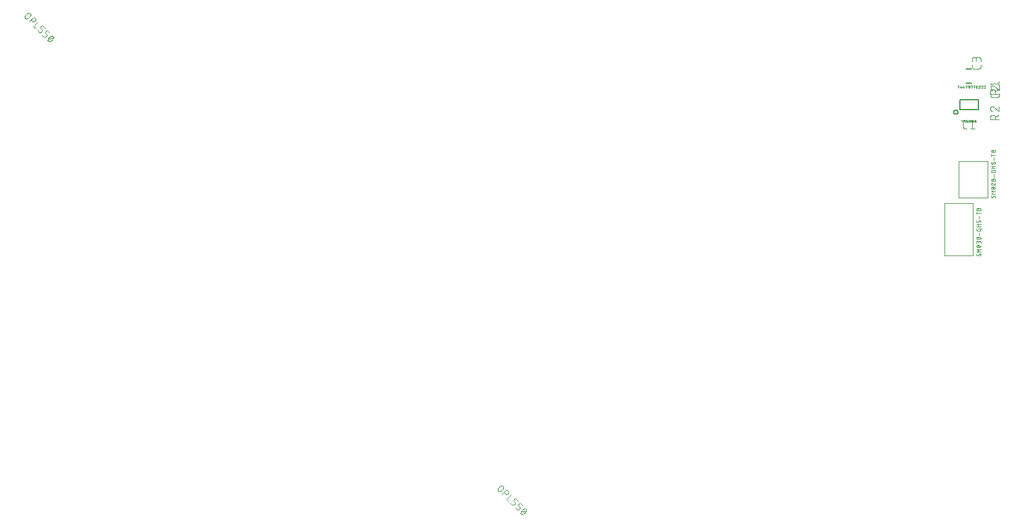
<source format=gbr>
G04 EAGLE Gerber RS-274X export*
G75*
%MOMM*%
%FSLAX34Y34*%
%LPD*%
%INSilkscreen Top*%
%IPPOS*%
%AMOC8*
5,1,8,0,0,1.08239X$1,22.5*%
G01*
%ADD10C,0.076200*%
%ADD11C,0.127000*%
%ADD12C,0.025400*%
%ADD13C,0.101600*%
%ADD14C,0.050800*%


D10*
X-5095Y-619688D02*
X-2141Y-616734D01*
X-2068Y-616664D01*
X-1993Y-616596D01*
X-1914Y-616532D01*
X-1834Y-616471D01*
X-1751Y-616413D01*
X-1666Y-616358D01*
X-1579Y-616306D01*
X-1489Y-616258D01*
X-1398Y-616214D01*
X-1306Y-616173D01*
X-1212Y-616135D01*
X-1116Y-616102D01*
X-1020Y-616072D01*
X-922Y-616045D01*
X-823Y-616023D01*
X-723Y-616004D01*
X-623Y-615990D01*
X-523Y-615979D01*
X-422Y-615972D01*
X-320Y-615969D01*
X-219Y-615970D01*
X-118Y-615975D01*
X-17Y-615984D01*
X83Y-615997D01*
X183Y-616013D01*
X282Y-616034D01*
X381Y-616058D01*
X478Y-616086D01*
X574Y-616118D01*
X669Y-616153D01*
X762Y-616193D01*
X854Y-616235D01*
X944Y-616282D01*
X1032Y-616332D01*
X1119Y-616385D01*
X1203Y-616441D01*
X1284Y-616501D01*
X1364Y-616564D01*
X1441Y-616630D01*
X1515Y-616698D01*
X1587Y-616770D01*
X1655Y-616844D01*
X1721Y-616921D01*
X1784Y-617001D01*
X1844Y-617082D01*
X1900Y-617166D01*
X1953Y-617253D01*
X2003Y-617341D01*
X2050Y-617431D01*
X2092Y-617523D01*
X2132Y-617616D01*
X2167Y-617711D01*
X2199Y-617807D01*
X2227Y-617904D01*
X2251Y-618003D01*
X2272Y-618102D01*
X2288Y-618202D01*
X2301Y-618302D01*
X2310Y-618403D01*
X2315Y-618504D01*
X2316Y-618605D01*
X2313Y-618707D01*
X2306Y-618808D01*
X2295Y-618908D01*
X2281Y-619008D01*
X2262Y-619108D01*
X2240Y-619207D01*
X2213Y-619305D01*
X2183Y-619401D01*
X2150Y-619497D01*
X2112Y-619591D01*
X2071Y-619683D01*
X2027Y-619774D01*
X1979Y-619864D01*
X1927Y-619951D01*
X1872Y-620036D01*
X1814Y-620119D01*
X1753Y-620199D01*
X1689Y-620278D01*
X1621Y-620353D01*
X1551Y-620426D01*
X-1403Y-623379D01*
X-1476Y-623449D01*
X-1551Y-623517D01*
X-1630Y-623581D01*
X-1710Y-623642D01*
X-1793Y-623700D01*
X-1878Y-623755D01*
X-1965Y-623807D01*
X-2055Y-623855D01*
X-2146Y-623899D01*
X-2238Y-623940D01*
X-2332Y-623978D01*
X-2428Y-624011D01*
X-2524Y-624041D01*
X-2622Y-624068D01*
X-2721Y-624090D01*
X-2821Y-624109D01*
X-2921Y-624123D01*
X-3021Y-624134D01*
X-3122Y-624141D01*
X-3224Y-624144D01*
X-3325Y-624143D01*
X-3426Y-624138D01*
X-3527Y-624129D01*
X-3627Y-624116D01*
X-3727Y-624100D01*
X-3826Y-624079D01*
X-3925Y-624055D01*
X-4022Y-624027D01*
X-4118Y-623995D01*
X-4213Y-623960D01*
X-4306Y-623920D01*
X-4398Y-623878D01*
X-4488Y-623831D01*
X-4576Y-623781D01*
X-4663Y-623728D01*
X-4747Y-623672D01*
X-4828Y-623612D01*
X-4908Y-623549D01*
X-4985Y-623483D01*
X-5059Y-623415D01*
X-5131Y-623343D01*
X-5199Y-623269D01*
X-5265Y-623192D01*
X-5328Y-623112D01*
X-5388Y-623031D01*
X-5444Y-622947D01*
X-5497Y-622860D01*
X-5547Y-622772D01*
X-5594Y-622682D01*
X-5636Y-622590D01*
X-5676Y-622497D01*
X-5711Y-622402D01*
X-5743Y-622306D01*
X-5771Y-622209D01*
X-5795Y-622110D01*
X-5816Y-622011D01*
X-5832Y-621911D01*
X-5845Y-621811D01*
X-5854Y-621710D01*
X-5859Y-621609D01*
X-5860Y-621508D01*
X-5857Y-621406D01*
X-5850Y-621305D01*
X-5839Y-621205D01*
X-5825Y-621105D01*
X-5806Y-621005D01*
X-5784Y-620906D01*
X-5757Y-620808D01*
X-5727Y-620712D01*
X-5694Y-620616D01*
X-5656Y-620522D01*
X-5615Y-620430D01*
X-5571Y-620339D01*
X-5523Y-620249D01*
X-5471Y-620162D01*
X-5416Y-620077D01*
X-5358Y-619994D01*
X-5297Y-619914D01*
X-5233Y-619835D01*
X-5165Y-619760D01*
X-5095Y-619687D01*
X-167Y-628308D02*
X6479Y-621662D01*
X8325Y-623508D01*
X8395Y-623581D01*
X8463Y-623656D01*
X8527Y-623735D01*
X8588Y-623815D01*
X8646Y-623898D01*
X8701Y-623983D01*
X8753Y-624070D01*
X8801Y-624160D01*
X8845Y-624251D01*
X8886Y-624343D01*
X8924Y-624437D01*
X8957Y-624533D01*
X8987Y-624629D01*
X9014Y-624727D01*
X9036Y-624826D01*
X9055Y-624926D01*
X9069Y-625026D01*
X9080Y-625126D01*
X9087Y-625227D01*
X9090Y-625329D01*
X9089Y-625430D01*
X9084Y-625531D01*
X9075Y-625632D01*
X9062Y-625732D01*
X9046Y-625832D01*
X9025Y-625931D01*
X9001Y-626030D01*
X8973Y-626127D01*
X8941Y-626223D01*
X8906Y-626318D01*
X8866Y-626411D01*
X8824Y-626503D01*
X8777Y-626593D01*
X8727Y-626681D01*
X8674Y-626768D01*
X8618Y-626852D01*
X8558Y-626933D01*
X8495Y-627013D01*
X8429Y-627090D01*
X8361Y-627164D01*
X8289Y-627236D01*
X8215Y-627304D01*
X8138Y-627370D01*
X8058Y-627433D01*
X7977Y-627493D01*
X7893Y-627549D01*
X7806Y-627602D01*
X7718Y-627652D01*
X7628Y-627699D01*
X7536Y-627741D01*
X7443Y-627781D01*
X7348Y-627816D01*
X7252Y-627848D01*
X7155Y-627876D01*
X7056Y-627900D01*
X6957Y-627921D01*
X6857Y-627937D01*
X6757Y-627950D01*
X6656Y-627959D01*
X6555Y-627964D01*
X6454Y-627965D01*
X6352Y-627962D01*
X6251Y-627955D01*
X6151Y-627944D01*
X6051Y-627930D01*
X5951Y-627911D01*
X5852Y-627889D01*
X5754Y-627862D01*
X5658Y-627832D01*
X5562Y-627799D01*
X5468Y-627761D01*
X5376Y-627720D01*
X5285Y-627676D01*
X5195Y-627628D01*
X5108Y-627576D01*
X5023Y-627521D01*
X4940Y-627463D01*
X4860Y-627402D01*
X4781Y-627338D01*
X4706Y-627270D01*
X4633Y-627200D01*
X2787Y-625354D01*
X6219Y-634693D02*
X12864Y-628047D01*
X6219Y-634693D02*
X9172Y-637646D01*
X11594Y-640069D02*
X13810Y-642284D01*
X13810Y-642283D02*
X13874Y-642345D01*
X13940Y-642403D01*
X14009Y-642459D01*
X14080Y-642512D01*
X14154Y-642561D01*
X14229Y-642608D01*
X14307Y-642651D01*
X14386Y-642691D01*
X14467Y-642727D01*
X14549Y-642761D01*
X14632Y-642790D01*
X14717Y-642816D01*
X14803Y-642838D01*
X14890Y-642857D01*
X14977Y-642872D01*
X15065Y-642883D01*
X15153Y-642891D01*
X15242Y-642895D01*
X15330Y-642895D01*
X15419Y-642891D01*
X15507Y-642883D01*
X15595Y-642872D01*
X15682Y-642857D01*
X15769Y-642838D01*
X15855Y-642816D01*
X15940Y-642790D01*
X16023Y-642761D01*
X16105Y-642727D01*
X16186Y-642691D01*
X16265Y-642651D01*
X16343Y-642608D01*
X16418Y-642561D01*
X16492Y-642512D01*
X16563Y-642459D01*
X16632Y-642403D01*
X16698Y-642345D01*
X16762Y-642283D01*
X16763Y-642284D02*
X17501Y-641545D01*
X17501Y-641544D02*
X17564Y-641479D01*
X17625Y-641410D01*
X17682Y-641339D01*
X17735Y-641266D01*
X17786Y-641190D01*
X17833Y-641112D01*
X17877Y-641032D01*
X17917Y-640950D01*
X17954Y-640867D01*
X17987Y-640782D01*
X18016Y-640696D01*
X18042Y-640608D01*
X18064Y-640520D01*
X18081Y-640431D01*
X18095Y-640341D01*
X18105Y-640250D01*
X18111Y-640159D01*
X18113Y-640068D01*
X18111Y-639977D01*
X18105Y-639886D01*
X18095Y-639795D01*
X18081Y-639705D01*
X18064Y-639616D01*
X18042Y-639528D01*
X18016Y-639440D01*
X17987Y-639354D01*
X17954Y-639269D01*
X17917Y-639186D01*
X17877Y-639104D01*
X17833Y-639024D01*
X17786Y-638946D01*
X17735Y-638870D01*
X17682Y-638797D01*
X17625Y-638726D01*
X17564Y-638657D01*
X17501Y-638592D01*
X15286Y-636377D01*
X18240Y-633423D01*
X21932Y-637115D01*
X18060Y-646534D02*
X20275Y-648749D01*
X20276Y-648749D02*
X20340Y-648811D01*
X20406Y-648869D01*
X20475Y-648925D01*
X20546Y-648978D01*
X20620Y-649027D01*
X20695Y-649074D01*
X20773Y-649117D01*
X20852Y-649157D01*
X20933Y-649193D01*
X21015Y-649227D01*
X21098Y-649256D01*
X21183Y-649282D01*
X21269Y-649304D01*
X21356Y-649323D01*
X21443Y-649338D01*
X21531Y-649349D01*
X21619Y-649357D01*
X21708Y-649361D01*
X21796Y-649361D01*
X21885Y-649357D01*
X21973Y-649349D01*
X22061Y-649338D01*
X22148Y-649323D01*
X22235Y-649304D01*
X22321Y-649282D01*
X22406Y-649256D01*
X22489Y-649227D01*
X22571Y-649193D01*
X22652Y-649157D01*
X22731Y-649117D01*
X22809Y-649074D01*
X22884Y-649027D01*
X22958Y-648978D01*
X23029Y-648925D01*
X23098Y-648869D01*
X23164Y-648811D01*
X23228Y-648749D01*
X23229Y-648749D02*
X23967Y-648011D01*
X23966Y-648010D02*
X24029Y-647945D01*
X24090Y-647876D01*
X24147Y-647805D01*
X24200Y-647732D01*
X24251Y-647656D01*
X24298Y-647578D01*
X24342Y-647498D01*
X24382Y-647416D01*
X24419Y-647333D01*
X24452Y-647248D01*
X24481Y-647162D01*
X24507Y-647074D01*
X24529Y-646986D01*
X24546Y-646897D01*
X24560Y-646807D01*
X24570Y-646716D01*
X24576Y-646625D01*
X24578Y-646534D01*
X24576Y-646443D01*
X24570Y-646352D01*
X24560Y-646261D01*
X24546Y-646171D01*
X24529Y-646082D01*
X24507Y-645994D01*
X24481Y-645906D01*
X24452Y-645820D01*
X24419Y-645735D01*
X24382Y-645652D01*
X24342Y-645570D01*
X24298Y-645490D01*
X24251Y-645412D01*
X24200Y-645336D01*
X24147Y-645263D01*
X24090Y-645192D01*
X24029Y-645123D01*
X23966Y-645058D01*
X23967Y-645058D02*
X21752Y-642842D01*
X24706Y-639889D01*
X28397Y-643581D01*
X30802Y-647831D02*
X30628Y-647894D01*
X30455Y-647960D01*
X30285Y-648031D01*
X30115Y-648105D01*
X29948Y-648184D01*
X29783Y-648267D01*
X29619Y-648353D01*
X29458Y-648443D01*
X29299Y-648538D01*
X29142Y-648636D01*
X28988Y-648737D01*
X28836Y-648843D01*
X28686Y-648952D01*
X28540Y-649064D01*
X28396Y-649180D01*
X28254Y-649300D01*
X28116Y-649422D01*
X27981Y-649548D01*
X27848Y-649677D01*
X30802Y-647832D02*
X30879Y-647796D01*
X30959Y-647763D01*
X31039Y-647734D01*
X31121Y-647709D01*
X31204Y-647687D01*
X31287Y-647670D01*
X31372Y-647655D01*
X31457Y-647645D01*
X31542Y-647638D01*
X31628Y-647635D01*
X31713Y-647636D01*
X31799Y-647641D01*
X31884Y-647649D01*
X31969Y-647661D01*
X32053Y-647677D01*
X32136Y-647697D01*
X32218Y-647720D01*
X32300Y-647747D01*
X32380Y-647778D01*
X32458Y-647812D01*
X32535Y-647849D01*
X32610Y-647890D01*
X32684Y-647934D01*
X32755Y-647981D01*
X32824Y-648032D01*
X32891Y-648085D01*
X32955Y-648142D01*
X33017Y-648201D01*
X33076Y-648263D01*
X33133Y-648327D01*
X33186Y-648394D01*
X33237Y-648463D01*
X33284Y-648534D01*
X33328Y-648608D01*
X33369Y-648683D01*
X33406Y-648760D01*
X33440Y-648838D01*
X33471Y-648918D01*
X33498Y-649000D01*
X33521Y-649082D01*
X33541Y-649165D01*
X33557Y-649249D01*
X33569Y-649334D01*
X33577Y-649419D01*
X33582Y-649505D01*
X33583Y-649590D01*
X33580Y-649676D01*
X33573Y-649761D01*
X33563Y-649846D01*
X33548Y-649931D01*
X33531Y-650014D01*
X33509Y-650097D01*
X33484Y-650179D01*
X33455Y-650259D01*
X33422Y-650339D01*
X33386Y-650416D01*
X33323Y-650590D01*
X33257Y-650763D01*
X33187Y-650933D01*
X33112Y-651103D01*
X33033Y-651270D01*
X32951Y-651435D01*
X32864Y-651599D01*
X32774Y-651760D01*
X32680Y-651919D01*
X32582Y-652076D01*
X32480Y-652230D01*
X32375Y-652382D01*
X32266Y-652532D01*
X32153Y-652678D01*
X32037Y-652822D01*
X31918Y-652963D01*
X31795Y-653102D01*
X31669Y-653237D01*
X31540Y-653369D01*
X27848Y-649677D02*
X27719Y-649810D01*
X27593Y-649945D01*
X27471Y-650083D01*
X27351Y-650225D01*
X27235Y-650369D01*
X27123Y-650515D01*
X27014Y-650665D01*
X26908Y-650817D01*
X26807Y-650971D01*
X26709Y-651128D01*
X26615Y-651287D01*
X26524Y-651448D01*
X26438Y-651612D01*
X26355Y-651777D01*
X26276Y-651944D01*
X26202Y-652114D01*
X26131Y-652284D01*
X26065Y-652457D01*
X26002Y-652631D01*
X26003Y-652631D02*
X25967Y-652709D01*
X25934Y-652788D01*
X25905Y-652868D01*
X25880Y-652950D01*
X25858Y-653033D01*
X25841Y-653117D01*
X25826Y-653201D01*
X25816Y-653286D01*
X25809Y-653371D01*
X25806Y-653457D01*
X25807Y-653542D01*
X25812Y-653628D01*
X25820Y-653713D01*
X25832Y-653798D01*
X25848Y-653882D01*
X25868Y-653965D01*
X25891Y-654047D01*
X25918Y-654129D01*
X25949Y-654209D01*
X25983Y-654287D01*
X26020Y-654364D01*
X26061Y-654439D01*
X26105Y-654513D01*
X26152Y-654584D01*
X26203Y-654653D01*
X26256Y-654720D01*
X26313Y-654784D01*
X26372Y-654846D01*
X28587Y-655216D02*
X28761Y-655153D01*
X28934Y-655087D01*
X29104Y-655016D01*
X29274Y-654942D01*
X29441Y-654863D01*
X29606Y-654780D01*
X29770Y-654694D01*
X29931Y-654603D01*
X30090Y-654509D01*
X30247Y-654411D01*
X30401Y-654310D01*
X30553Y-654204D01*
X30703Y-654095D01*
X30849Y-653983D01*
X30993Y-653867D01*
X31135Y-653747D01*
X31273Y-653625D01*
X31408Y-653499D01*
X31541Y-653370D01*
X28587Y-655215D02*
X28509Y-655251D01*
X28430Y-655284D01*
X28350Y-655313D01*
X28268Y-655338D01*
X28185Y-655360D01*
X28101Y-655378D01*
X28017Y-655392D01*
X27932Y-655402D01*
X27847Y-655409D01*
X27761Y-655412D01*
X27676Y-655411D01*
X27590Y-655406D01*
X27505Y-655398D01*
X27420Y-655386D01*
X27336Y-655370D01*
X27253Y-655350D01*
X27171Y-655327D01*
X27089Y-655300D01*
X27009Y-655269D01*
X26931Y-655235D01*
X26854Y-655198D01*
X26779Y-655157D01*
X26705Y-655113D01*
X26634Y-655066D01*
X26565Y-655015D01*
X26498Y-654962D01*
X26434Y-654905D01*
X26372Y-654846D01*
X26372Y-651892D02*
X33017Y-651154D01*
X-652141Y33266D02*
X-655095Y30312D01*
X-652141Y33266D02*
X-652068Y33336D01*
X-651993Y33404D01*
X-651914Y33468D01*
X-651834Y33529D01*
X-651751Y33587D01*
X-651666Y33642D01*
X-651579Y33694D01*
X-651489Y33742D01*
X-651398Y33786D01*
X-651306Y33827D01*
X-651212Y33865D01*
X-651116Y33898D01*
X-651020Y33928D01*
X-650922Y33955D01*
X-650823Y33977D01*
X-650723Y33996D01*
X-650623Y34010D01*
X-650523Y34021D01*
X-650422Y34028D01*
X-650320Y34031D01*
X-650219Y34030D01*
X-650118Y34025D01*
X-650017Y34016D01*
X-649917Y34003D01*
X-649817Y33987D01*
X-649718Y33966D01*
X-649619Y33942D01*
X-649522Y33914D01*
X-649426Y33882D01*
X-649331Y33847D01*
X-649238Y33807D01*
X-649146Y33765D01*
X-649056Y33718D01*
X-648968Y33668D01*
X-648881Y33615D01*
X-648797Y33559D01*
X-648716Y33499D01*
X-648636Y33436D01*
X-648559Y33370D01*
X-648485Y33302D01*
X-648413Y33230D01*
X-648345Y33156D01*
X-648279Y33079D01*
X-648216Y32999D01*
X-648156Y32918D01*
X-648100Y32834D01*
X-648047Y32747D01*
X-647997Y32659D01*
X-647950Y32569D01*
X-647908Y32477D01*
X-647868Y32384D01*
X-647833Y32289D01*
X-647801Y32193D01*
X-647773Y32096D01*
X-647749Y31997D01*
X-647728Y31898D01*
X-647712Y31798D01*
X-647699Y31698D01*
X-647690Y31597D01*
X-647685Y31496D01*
X-647684Y31395D01*
X-647687Y31293D01*
X-647694Y31192D01*
X-647705Y31092D01*
X-647719Y30992D01*
X-647738Y30892D01*
X-647760Y30793D01*
X-647787Y30695D01*
X-647817Y30599D01*
X-647850Y30503D01*
X-647888Y30409D01*
X-647929Y30317D01*
X-647973Y30226D01*
X-648021Y30136D01*
X-648073Y30049D01*
X-648128Y29964D01*
X-648186Y29881D01*
X-648247Y29801D01*
X-648311Y29722D01*
X-648379Y29647D01*
X-648449Y29574D01*
X-651403Y26621D01*
X-651403Y26620D02*
X-651476Y26550D01*
X-651551Y26482D01*
X-651630Y26418D01*
X-651710Y26357D01*
X-651793Y26299D01*
X-651878Y26244D01*
X-651965Y26192D01*
X-652055Y26144D01*
X-652146Y26100D01*
X-652238Y26059D01*
X-652332Y26021D01*
X-652428Y25988D01*
X-652524Y25958D01*
X-652622Y25931D01*
X-652721Y25909D01*
X-652821Y25890D01*
X-652921Y25876D01*
X-653021Y25865D01*
X-653122Y25858D01*
X-653224Y25855D01*
X-653325Y25856D01*
X-653426Y25861D01*
X-653527Y25870D01*
X-653627Y25883D01*
X-653727Y25899D01*
X-653826Y25920D01*
X-653925Y25944D01*
X-654022Y25972D01*
X-654118Y26004D01*
X-654213Y26039D01*
X-654306Y26079D01*
X-654398Y26121D01*
X-654488Y26168D01*
X-654576Y26218D01*
X-654663Y26271D01*
X-654747Y26327D01*
X-654828Y26387D01*
X-654908Y26450D01*
X-654985Y26516D01*
X-655059Y26584D01*
X-655131Y26656D01*
X-655199Y26730D01*
X-655265Y26807D01*
X-655328Y26887D01*
X-655388Y26968D01*
X-655444Y27052D01*
X-655497Y27139D01*
X-655547Y27227D01*
X-655594Y27317D01*
X-655636Y27409D01*
X-655676Y27502D01*
X-655711Y27597D01*
X-655743Y27693D01*
X-655771Y27790D01*
X-655795Y27889D01*
X-655816Y27988D01*
X-655832Y28088D01*
X-655845Y28188D01*
X-655854Y28289D01*
X-655859Y28390D01*
X-655860Y28491D01*
X-655857Y28593D01*
X-655850Y28694D01*
X-655839Y28794D01*
X-655825Y28894D01*
X-655806Y28994D01*
X-655784Y29093D01*
X-655757Y29191D01*
X-655727Y29287D01*
X-655694Y29383D01*
X-655656Y29477D01*
X-655615Y29569D01*
X-655571Y29660D01*
X-655523Y29750D01*
X-655471Y29837D01*
X-655416Y29922D01*
X-655358Y30005D01*
X-655297Y30085D01*
X-655233Y30164D01*
X-655165Y30239D01*
X-655095Y30312D01*
X-650167Y21692D02*
X-643521Y28338D01*
X-641675Y26492D01*
X-641605Y26419D01*
X-641537Y26344D01*
X-641473Y26265D01*
X-641412Y26185D01*
X-641354Y26102D01*
X-641299Y26017D01*
X-641247Y25930D01*
X-641199Y25840D01*
X-641155Y25749D01*
X-641114Y25657D01*
X-641076Y25563D01*
X-641043Y25467D01*
X-641013Y25371D01*
X-640986Y25273D01*
X-640964Y25174D01*
X-640945Y25074D01*
X-640931Y24974D01*
X-640920Y24874D01*
X-640913Y24773D01*
X-640910Y24671D01*
X-640911Y24570D01*
X-640916Y24469D01*
X-640925Y24368D01*
X-640938Y24268D01*
X-640954Y24168D01*
X-640975Y24069D01*
X-640999Y23970D01*
X-641027Y23873D01*
X-641059Y23777D01*
X-641094Y23682D01*
X-641134Y23589D01*
X-641176Y23497D01*
X-641223Y23407D01*
X-641273Y23319D01*
X-641326Y23232D01*
X-641382Y23148D01*
X-641442Y23067D01*
X-641505Y22987D01*
X-641571Y22910D01*
X-641639Y22836D01*
X-641711Y22764D01*
X-641785Y22696D01*
X-641862Y22630D01*
X-641942Y22567D01*
X-642023Y22507D01*
X-642107Y22451D01*
X-642194Y22398D01*
X-642282Y22348D01*
X-642372Y22301D01*
X-642464Y22259D01*
X-642557Y22219D01*
X-642652Y22184D01*
X-642748Y22152D01*
X-642845Y22124D01*
X-642944Y22100D01*
X-643043Y22079D01*
X-643143Y22063D01*
X-643243Y22050D01*
X-643344Y22041D01*
X-643445Y22036D01*
X-643546Y22035D01*
X-643648Y22038D01*
X-643749Y22045D01*
X-643849Y22056D01*
X-643949Y22070D01*
X-644049Y22089D01*
X-644148Y22111D01*
X-644246Y22138D01*
X-644342Y22168D01*
X-644438Y22201D01*
X-644532Y22239D01*
X-644624Y22280D01*
X-644715Y22324D01*
X-644805Y22372D01*
X-644892Y22424D01*
X-644977Y22479D01*
X-645060Y22537D01*
X-645140Y22598D01*
X-645219Y22662D01*
X-645294Y22730D01*
X-645367Y22800D01*
X-647213Y24646D01*
X-643781Y15307D02*
X-637136Y21952D01*
X-643781Y15307D02*
X-640828Y12354D01*
X-638405Y9931D02*
X-636190Y7716D01*
X-636190Y7717D02*
X-636126Y7655D01*
X-636060Y7597D01*
X-635991Y7541D01*
X-635920Y7488D01*
X-635846Y7439D01*
X-635771Y7392D01*
X-635693Y7349D01*
X-635614Y7309D01*
X-635533Y7273D01*
X-635451Y7239D01*
X-635368Y7210D01*
X-635283Y7184D01*
X-635197Y7162D01*
X-635110Y7143D01*
X-635023Y7128D01*
X-634935Y7117D01*
X-634847Y7109D01*
X-634758Y7105D01*
X-634670Y7105D01*
X-634581Y7109D01*
X-634493Y7117D01*
X-634405Y7128D01*
X-634318Y7143D01*
X-634231Y7162D01*
X-634145Y7184D01*
X-634060Y7210D01*
X-633977Y7239D01*
X-633895Y7273D01*
X-633814Y7309D01*
X-633735Y7349D01*
X-633657Y7392D01*
X-633582Y7439D01*
X-633508Y7488D01*
X-633437Y7541D01*
X-633368Y7597D01*
X-633302Y7655D01*
X-633238Y7717D01*
X-633237Y7716D02*
X-632498Y8454D01*
X-632499Y8455D02*
X-632437Y8519D01*
X-632379Y8585D01*
X-632323Y8654D01*
X-632270Y8725D01*
X-632221Y8799D01*
X-632174Y8874D01*
X-632131Y8952D01*
X-632091Y9031D01*
X-632055Y9112D01*
X-632021Y9194D01*
X-631992Y9277D01*
X-631966Y9362D01*
X-631944Y9448D01*
X-631925Y9535D01*
X-631910Y9622D01*
X-631899Y9710D01*
X-631891Y9798D01*
X-631887Y9887D01*
X-631887Y9975D01*
X-631891Y10064D01*
X-631899Y10152D01*
X-631910Y10240D01*
X-631925Y10327D01*
X-631944Y10414D01*
X-631966Y10500D01*
X-631992Y10585D01*
X-632021Y10668D01*
X-632055Y10750D01*
X-632091Y10831D01*
X-632131Y10910D01*
X-632174Y10988D01*
X-632221Y11063D01*
X-632270Y11137D01*
X-632323Y11208D01*
X-632379Y11277D01*
X-632437Y11343D01*
X-632499Y11407D01*
X-632498Y11408D02*
X-634714Y13623D01*
X-631760Y16577D01*
X-628068Y12885D01*
X-631940Y3465D02*
X-629724Y1250D01*
X-629724Y1251D02*
X-629660Y1189D01*
X-629594Y1131D01*
X-629525Y1075D01*
X-629454Y1022D01*
X-629380Y973D01*
X-629305Y926D01*
X-629227Y883D01*
X-629148Y843D01*
X-629067Y807D01*
X-628985Y773D01*
X-628902Y744D01*
X-628817Y718D01*
X-628731Y696D01*
X-628644Y677D01*
X-628557Y662D01*
X-628469Y651D01*
X-628381Y643D01*
X-628292Y639D01*
X-628204Y639D01*
X-628115Y643D01*
X-628027Y651D01*
X-627939Y662D01*
X-627852Y677D01*
X-627765Y696D01*
X-627679Y718D01*
X-627594Y744D01*
X-627511Y773D01*
X-627429Y807D01*
X-627348Y843D01*
X-627269Y883D01*
X-627191Y926D01*
X-627116Y973D01*
X-627042Y1022D01*
X-626971Y1075D01*
X-626902Y1131D01*
X-626836Y1189D01*
X-626772Y1251D01*
X-626771Y1250D02*
X-626033Y1989D01*
X-625971Y2053D01*
X-625913Y2119D01*
X-625857Y2188D01*
X-625804Y2259D01*
X-625755Y2333D01*
X-625708Y2408D01*
X-625665Y2486D01*
X-625625Y2565D01*
X-625589Y2646D01*
X-625555Y2728D01*
X-625526Y2811D01*
X-625500Y2896D01*
X-625478Y2982D01*
X-625459Y3069D01*
X-625444Y3156D01*
X-625433Y3244D01*
X-625425Y3332D01*
X-625421Y3421D01*
X-625421Y3509D01*
X-625425Y3598D01*
X-625433Y3686D01*
X-625444Y3774D01*
X-625459Y3861D01*
X-625478Y3948D01*
X-625500Y4034D01*
X-625526Y4119D01*
X-625555Y4202D01*
X-625589Y4284D01*
X-625625Y4365D01*
X-625665Y4444D01*
X-625708Y4522D01*
X-625755Y4597D01*
X-625804Y4671D01*
X-625857Y4742D01*
X-625913Y4811D01*
X-625971Y4877D01*
X-626033Y4941D01*
X-626033Y4942D02*
X-628248Y7157D01*
X-625294Y10111D01*
X-621602Y6419D01*
X-619198Y2168D02*
X-619372Y2106D01*
X-619544Y2040D01*
X-619715Y1969D01*
X-619884Y1894D01*
X-620052Y1816D01*
X-620217Y1733D01*
X-620380Y1647D01*
X-620542Y1556D01*
X-620701Y1462D01*
X-620857Y1364D01*
X-621012Y1262D01*
X-621164Y1157D01*
X-621313Y1048D01*
X-621460Y936D01*
X-621604Y820D01*
X-621745Y700D01*
X-621883Y578D01*
X-622019Y452D01*
X-622151Y322D01*
X-619197Y2168D02*
X-619120Y2204D01*
X-619040Y2237D01*
X-618960Y2266D01*
X-618878Y2291D01*
X-618795Y2313D01*
X-618712Y2330D01*
X-618627Y2345D01*
X-618542Y2355D01*
X-618457Y2362D01*
X-618371Y2365D01*
X-618286Y2364D01*
X-618200Y2359D01*
X-618115Y2351D01*
X-618030Y2339D01*
X-617946Y2323D01*
X-617863Y2303D01*
X-617781Y2280D01*
X-617699Y2253D01*
X-617619Y2222D01*
X-617541Y2188D01*
X-617464Y2151D01*
X-617389Y2110D01*
X-617315Y2066D01*
X-617244Y2019D01*
X-617175Y1968D01*
X-617108Y1915D01*
X-617044Y1858D01*
X-616982Y1799D01*
X-616923Y1737D01*
X-616866Y1673D01*
X-616813Y1606D01*
X-616762Y1537D01*
X-616715Y1466D01*
X-616671Y1392D01*
X-616630Y1317D01*
X-616593Y1240D01*
X-616559Y1162D01*
X-616528Y1082D01*
X-616501Y1000D01*
X-616478Y918D01*
X-616458Y835D01*
X-616442Y751D01*
X-616430Y666D01*
X-616422Y581D01*
X-616417Y495D01*
X-616416Y410D01*
X-616419Y324D01*
X-616426Y239D01*
X-616436Y154D01*
X-616451Y70D01*
X-616468Y-14D01*
X-616490Y-97D01*
X-616515Y-179D01*
X-616544Y-259D01*
X-616577Y-338D01*
X-616613Y-416D01*
X-616676Y-590D01*
X-616742Y-763D01*
X-616812Y-933D01*
X-616887Y-1103D01*
X-616966Y-1270D01*
X-617048Y-1435D01*
X-617135Y-1599D01*
X-617225Y-1760D01*
X-617319Y-1919D01*
X-617417Y-2076D01*
X-617519Y-2230D01*
X-617624Y-2382D01*
X-617733Y-2532D01*
X-617846Y-2678D01*
X-617962Y-2822D01*
X-618081Y-2963D01*
X-618204Y-3102D01*
X-618330Y-3237D01*
X-618459Y-3369D01*
X-622152Y323D02*
X-622281Y190D01*
X-622407Y55D01*
X-622529Y-83D01*
X-622649Y-225D01*
X-622765Y-369D01*
X-622877Y-515D01*
X-622986Y-665D01*
X-623092Y-817D01*
X-623193Y-971D01*
X-623291Y-1128D01*
X-623385Y-1287D01*
X-623476Y-1448D01*
X-623562Y-1612D01*
X-623645Y-1777D01*
X-623724Y-1944D01*
X-623798Y-2113D01*
X-623869Y-2284D01*
X-623935Y-2457D01*
X-623998Y-2631D01*
X-623997Y-2631D02*
X-624033Y-2709D01*
X-624066Y-2788D01*
X-624095Y-2868D01*
X-624120Y-2950D01*
X-624142Y-3033D01*
X-624159Y-3117D01*
X-624174Y-3201D01*
X-624184Y-3286D01*
X-624191Y-3371D01*
X-624194Y-3457D01*
X-624193Y-3542D01*
X-624188Y-3628D01*
X-624180Y-3713D01*
X-624168Y-3798D01*
X-624152Y-3882D01*
X-624132Y-3965D01*
X-624109Y-4047D01*
X-624082Y-4129D01*
X-624051Y-4209D01*
X-624017Y-4287D01*
X-623980Y-4364D01*
X-623939Y-4439D01*
X-623895Y-4513D01*
X-623848Y-4584D01*
X-623797Y-4653D01*
X-623744Y-4720D01*
X-623687Y-4784D01*
X-623628Y-4846D01*
X-621413Y-5216D02*
X-621239Y-5153D01*
X-621066Y-5087D01*
X-620896Y-5016D01*
X-620726Y-4942D01*
X-620559Y-4863D01*
X-620394Y-4780D01*
X-620230Y-4694D01*
X-620069Y-4604D01*
X-619910Y-4509D01*
X-619753Y-4411D01*
X-619599Y-4310D01*
X-619447Y-4204D01*
X-619297Y-4095D01*
X-619151Y-3983D01*
X-619007Y-3867D01*
X-618865Y-3747D01*
X-618727Y-3625D01*
X-618592Y-3499D01*
X-618459Y-3370D01*
X-621413Y-5215D02*
X-621491Y-5251D01*
X-621570Y-5284D01*
X-621650Y-5313D01*
X-621732Y-5338D01*
X-621815Y-5360D01*
X-621899Y-5378D01*
X-621983Y-5392D01*
X-622068Y-5402D01*
X-622153Y-5409D01*
X-622239Y-5412D01*
X-622324Y-5411D01*
X-622410Y-5406D01*
X-622495Y-5398D01*
X-622580Y-5386D01*
X-622664Y-5370D01*
X-622747Y-5350D01*
X-622829Y-5327D01*
X-622911Y-5300D01*
X-622991Y-5269D01*
X-623069Y-5235D01*
X-623146Y-5198D01*
X-623221Y-5157D01*
X-623295Y-5113D01*
X-623366Y-5066D01*
X-623435Y-5015D01*
X-623502Y-4962D01*
X-623566Y-4905D01*
X-623628Y-4846D01*
X-623628Y-1893D02*
X-616982Y-1154D01*
D11*
X629640Y-85404D02*
X629640Y-99404D01*
X654640Y-99404D01*
X654640Y-85404D01*
X629640Y-85404D01*
D12*
X631543Y-113483D02*
X631543Y-116277D01*
X630767Y-113483D02*
X632319Y-113483D01*
X633460Y-113483D02*
X633460Y-116277D01*
X633460Y-113483D02*
X634236Y-113483D01*
X634291Y-113485D01*
X634346Y-113491D01*
X634401Y-113501D01*
X634455Y-113514D01*
X634507Y-113532D01*
X634558Y-113553D01*
X634608Y-113578D01*
X634656Y-113606D01*
X634701Y-113638D01*
X634744Y-113673D01*
X634785Y-113710D01*
X634822Y-113751D01*
X634857Y-113794D01*
X634889Y-113839D01*
X634917Y-113887D01*
X634942Y-113937D01*
X634963Y-113988D01*
X634981Y-114040D01*
X634994Y-114094D01*
X635004Y-114149D01*
X635010Y-114204D01*
X635012Y-114259D01*
X635010Y-114314D01*
X635004Y-114369D01*
X634994Y-114424D01*
X634981Y-114478D01*
X634963Y-114530D01*
X634942Y-114581D01*
X634917Y-114631D01*
X634889Y-114679D01*
X634857Y-114724D01*
X634822Y-114767D01*
X634785Y-114808D01*
X634744Y-114845D01*
X634701Y-114880D01*
X634656Y-114912D01*
X634608Y-114940D01*
X634558Y-114965D01*
X634507Y-114986D01*
X634455Y-115004D01*
X634401Y-115017D01*
X634346Y-115027D01*
X634291Y-115033D01*
X634236Y-115035D01*
X633460Y-115035D01*
X636910Y-116277D02*
X636959Y-116275D01*
X637007Y-116269D01*
X637055Y-116260D01*
X637102Y-116247D01*
X637148Y-116230D01*
X637192Y-116209D01*
X637234Y-116185D01*
X637275Y-116158D01*
X637313Y-116128D01*
X637349Y-116095D01*
X637382Y-116059D01*
X637412Y-116021D01*
X637439Y-115980D01*
X637463Y-115938D01*
X637484Y-115894D01*
X637501Y-115848D01*
X637514Y-115801D01*
X637523Y-115753D01*
X637529Y-115705D01*
X637531Y-115656D01*
X636910Y-116277D02*
X636841Y-116275D01*
X636772Y-116270D01*
X636704Y-116261D01*
X636636Y-116248D01*
X636569Y-116232D01*
X636503Y-116212D01*
X636437Y-116189D01*
X636374Y-116162D01*
X636311Y-116133D01*
X636251Y-116099D01*
X636192Y-116063D01*
X636135Y-116024D01*
X636081Y-115982D01*
X636028Y-115937D01*
X635978Y-115889D01*
X636057Y-114104D02*
X636059Y-114055D01*
X636065Y-114007D01*
X636074Y-113959D01*
X636087Y-113912D01*
X636104Y-113866D01*
X636125Y-113822D01*
X636149Y-113780D01*
X636176Y-113739D01*
X636206Y-113701D01*
X636239Y-113665D01*
X636275Y-113632D01*
X636313Y-113602D01*
X636354Y-113575D01*
X636396Y-113551D01*
X636440Y-113530D01*
X636486Y-113513D01*
X636533Y-113500D01*
X636581Y-113491D01*
X636629Y-113485D01*
X636678Y-113483D01*
X636740Y-113485D01*
X636803Y-113490D01*
X636864Y-113498D01*
X636926Y-113510D01*
X636986Y-113525D01*
X637046Y-113543D01*
X637105Y-113564D01*
X637162Y-113588D01*
X637218Y-113616D01*
X637273Y-113646D01*
X637326Y-113680D01*
X637376Y-113716D01*
X636367Y-114648D02*
X636327Y-114622D01*
X636290Y-114594D01*
X636255Y-114564D01*
X636222Y-114530D01*
X636191Y-114495D01*
X636164Y-114457D01*
X636139Y-114417D01*
X636117Y-114376D01*
X636099Y-114333D01*
X636084Y-114288D01*
X636072Y-114243D01*
X636063Y-114197D01*
X636058Y-114151D01*
X636056Y-114104D01*
X637221Y-115112D02*
X637261Y-115138D01*
X637298Y-115166D01*
X637333Y-115196D01*
X637366Y-115230D01*
X637397Y-115265D01*
X637424Y-115303D01*
X637449Y-115343D01*
X637471Y-115384D01*
X637489Y-115427D01*
X637504Y-115472D01*
X637516Y-115517D01*
X637525Y-115563D01*
X637530Y-115609D01*
X637532Y-115656D01*
X637221Y-115113D02*
X636367Y-114647D01*
X638631Y-114725D02*
X639562Y-114725D01*
X639611Y-114727D01*
X639659Y-114733D01*
X639707Y-114742D01*
X639754Y-114755D01*
X639800Y-114772D01*
X639844Y-114793D01*
X639886Y-114817D01*
X639927Y-114844D01*
X639965Y-114874D01*
X640001Y-114907D01*
X640034Y-114943D01*
X640064Y-114981D01*
X640092Y-115022D01*
X640115Y-115064D01*
X640136Y-115108D01*
X640153Y-115154D01*
X640166Y-115201D01*
X640175Y-115249D01*
X640181Y-115297D01*
X640183Y-115346D01*
X640183Y-115501D01*
X640181Y-115556D01*
X640175Y-115611D01*
X640165Y-115666D01*
X640152Y-115720D01*
X640134Y-115772D01*
X640113Y-115823D01*
X640088Y-115873D01*
X640060Y-115921D01*
X640028Y-115966D01*
X639993Y-116009D01*
X639956Y-116050D01*
X639915Y-116087D01*
X639872Y-116122D01*
X639827Y-116154D01*
X639779Y-116182D01*
X639729Y-116207D01*
X639678Y-116228D01*
X639626Y-116246D01*
X639572Y-116259D01*
X639517Y-116269D01*
X639462Y-116275D01*
X639407Y-116277D01*
X639352Y-116275D01*
X639297Y-116269D01*
X639242Y-116259D01*
X639188Y-116246D01*
X639136Y-116228D01*
X639085Y-116207D01*
X639035Y-116182D01*
X638987Y-116154D01*
X638942Y-116122D01*
X638899Y-116087D01*
X638858Y-116050D01*
X638821Y-116009D01*
X638786Y-115966D01*
X638754Y-115921D01*
X638726Y-115873D01*
X638701Y-115823D01*
X638680Y-115772D01*
X638662Y-115720D01*
X638649Y-115666D01*
X638639Y-115611D01*
X638633Y-115556D01*
X638631Y-115501D01*
X638631Y-114725D01*
X638633Y-114655D01*
X638639Y-114586D01*
X638649Y-114517D01*
X638662Y-114449D01*
X638680Y-114381D01*
X638701Y-114315D01*
X638726Y-114250D01*
X638754Y-114186D01*
X638786Y-114124D01*
X638821Y-114064D01*
X638860Y-114006D01*
X638902Y-113951D01*
X638947Y-113897D01*
X638995Y-113847D01*
X639045Y-113799D01*
X639099Y-113754D01*
X639154Y-113712D01*
X639212Y-113673D01*
X639272Y-113638D01*
X639334Y-113606D01*
X639398Y-113578D01*
X639463Y-113553D01*
X639529Y-113532D01*
X639597Y-113514D01*
X639665Y-113501D01*
X639734Y-113491D01*
X639803Y-113485D01*
X639873Y-113483D01*
X642228Y-113483D02*
X642278Y-113485D01*
X642327Y-113490D01*
X642377Y-113499D01*
X642425Y-113511D01*
X642472Y-113527D01*
X642518Y-113546D01*
X642563Y-113569D01*
X642606Y-113594D01*
X642647Y-113622D01*
X642686Y-113654D01*
X642722Y-113688D01*
X642756Y-113724D01*
X642788Y-113763D01*
X642816Y-113804D01*
X642841Y-113847D01*
X642864Y-113892D01*
X642883Y-113938D01*
X642899Y-113985D01*
X642911Y-114033D01*
X642920Y-114083D01*
X642925Y-114132D01*
X642927Y-114182D01*
X642228Y-113483D02*
X642172Y-113485D01*
X642115Y-113490D01*
X642060Y-113499D01*
X642005Y-113511D01*
X641951Y-113527D01*
X641898Y-113546D01*
X641846Y-113569D01*
X641796Y-113594D01*
X641747Y-113623D01*
X641700Y-113655D01*
X641656Y-113689D01*
X641614Y-113726D01*
X641574Y-113766D01*
X641536Y-113809D01*
X641502Y-113853D01*
X641470Y-113900D01*
X641442Y-113949D01*
X641416Y-113999D01*
X641394Y-114051D01*
X641375Y-114104D01*
X642693Y-114725D02*
X642729Y-114689D01*
X642762Y-114651D01*
X642792Y-114610D01*
X642819Y-114568D01*
X642844Y-114523D01*
X642865Y-114477D01*
X642884Y-114430D01*
X642899Y-114382D01*
X642911Y-114333D01*
X642919Y-114283D01*
X642924Y-114233D01*
X642926Y-114182D01*
X642693Y-114725D02*
X641374Y-116277D01*
X642926Y-116277D01*
X645670Y-114182D02*
X645668Y-114132D01*
X645663Y-114083D01*
X645654Y-114033D01*
X645642Y-113985D01*
X645626Y-113938D01*
X645607Y-113892D01*
X645584Y-113847D01*
X645559Y-113804D01*
X645531Y-113763D01*
X645499Y-113724D01*
X645465Y-113688D01*
X645429Y-113654D01*
X645390Y-113622D01*
X645349Y-113594D01*
X645306Y-113569D01*
X645261Y-113546D01*
X645215Y-113527D01*
X645168Y-113511D01*
X645120Y-113499D01*
X645070Y-113490D01*
X645021Y-113485D01*
X644971Y-113483D01*
X644915Y-113485D01*
X644858Y-113490D01*
X644803Y-113499D01*
X644748Y-113511D01*
X644694Y-113527D01*
X644641Y-113546D01*
X644589Y-113569D01*
X644539Y-113594D01*
X644490Y-113623D01*
X644443Y-113655D01*
X644399Y-113689D01*
X644357Y-113726D01*
X644317Y-113766D01*
X644279Y-113809D01*
X644245Y-113853D01*
X644213Y-113900D01*
X644185Y-113949D01*
X644159Y-113999D01*
X644137Y-114051D01*
X644118Y-114104D01*
X645436Y-114725D02*
X645472Y-114689D01*
X645505Y-114651D01*
X645535Y-114610D01*
X645562Y-114568D01*
X645587Y-114523D01*
X645608Y-114477D01*
X645627Y-114430D01*
X645642Y-114382D01*
X645654Y-114333D01*
X645662Y-114283D01*
X645667Y-114233D01*
X645669Y-114182D01*
X645437Y-114725D02*
X644117Y-116277D01*
X645669Y-116277D01*
X646860Y-114725D02*
X647792Y-114725D01*
X647841Y-114727D01*
X647889Y-114733D01*
X647937Y-114742D01*
X647984Y-114755D01*
X648030Y-114772D01*
X648074Y-114793D01*
X648116Y-114817D01*
X648157Y-114844D01*
X648195Y-114874D01*
X648231Y-114907D01*
X648264Y-114943D01*
X648294Y-114981D01*
X648322Y-115022D01*
X648345Y-115064D01*
X648366Y-115108D01*
X648383Y-115154D01*
X648396Y-115201D01*
X648405Y-115249D01*
X648411Y-115297D01*
X648413Y-115346D01*
X648413Y-115501D01*
X648411Y-115556D01*
X648405Y-115611D01*
X648395Y-115666D01*
X648382Y-115720D01*
X648364Y-115772D01*
X648343Y-115823D01*
X648318Y-115873D01*
X648290Y-115921D01*
X648258Y-115966D01*
X648223Y-116009D01*
X648186Y-116050D01*
X648145Y-116087D01*
X648102Y-116122D01*
X648057Y-116154D01*
X648009Y-116182D01*
X647959Y-116207D01*
X647908Y-116228D01*
X647856Y-116246D01*
X647802Y-116259D01*
X647747Y-116269D01*
X647692Y-116275D01*
X647637Y-116277D01*
X647582Y-116275D01*
X647527Y-116269D01*
X647472Y-116259D01*
X647418Y-116246D01*
X647366Y-116228D01*
X647315Y-116207D01*
X647265Y-116182D01*
X647217Y-116154D01*
X647172Y-116122D01*
X647129Y-116087D01*
X647088Y-116050D01*
X647051Y-116009D01*
X647016Y-115966D01*
X646984Y-115921D01*
X646956Y-115873D01*
X646931Y-115823D01*
X646910Y-115772D01*
X646892Y-115720D01*
X646879Y-115666D01*
X646869Y-115611D01*
X646863Y-115556D01*
X646861Y-115501D01*
X646860Y-115501D02*
X646860Y-114725D01*
X646862Y-114655D01*
X646868Y-114586D01*
X646878Y-114517D01*
X646891Y-114449D01*
X646909Y-114381D01*
X646930Y-114315D01*
X646955Y-114250D01*
X646983Y-114186D01*
X647015Y-114124D01*
X647050Y-114064D01*
X647089Y-114006D01*
X647131Y-113951D01*
X647176Y-113897D01*
X647224Y-113847D01*
X647274Y-113799D01*
X647328Y-113754D01*
X647383Y-113712D01*
X647441Y-113673D01*
X647501Y-113638D01*
X647563Y-113606D01*
X647627Y-113578D01*
X647692Y-113553D01*
X647758Y-113532D01*
X647826Y-113514D01*
X647894Y-113501D01*
X647963Y-113491D01*
X648032Y-113485D01*
X648102Y-113483D01*
X649836Y-113871D02*
X649796Y-113957D01*
X649760Y-114045D01*
X649727Y-114134D01*
X649698Y-114224D01*
X649673Y-114316D01*
X649652Y-114409D01*
X649634Y-114502D01*
X649621Y-114596D01*
X649611Y-114690D01*
X649605Y-114785D01*
X649603Y-114880D01*
X649837Y-113871D02*
X649853Y-113829D01*
X649872Y-113789D01*
X649895Y-113751D01*
X649920Y-113714D01*
X649948Y-113679D01*
X649978Y-113647D01*
X650011Y-113617D01*
X650046Y-113590D01*
X650084Y-113565D01*
X650123Y-113544D01*
X650163Y-113526D01*
X650205Y-113510D01*
X650248Y-113498D01*
X650291Y-113490D01*
X650336Y-113485D01*
X650380Y-113483D01*
X650424Y-113485D01*
X650469Y-113490D01*
X650512Y-113498D01*
X650555Y-113510D01*
X650597Y-113526D01*
X650637Y-113544D01*
X650676Y-113565D01*
X650714Y-113590D01*
X650749Y-113617D01*
X650782Y-113647D01*
X650812Y-113679D01*
X650840Y-113714D01*
X650865Y-113751D01*
X650888Y-113789D01*
X650907Y-113829D01*
X650923Y-113871D01*
X650963Y-113957D01*
X650999Y-114045D01*
X651032Y-114134D01*
X651061Y-114225D01*
X651086Y-114316D01*
X651107Y-114409D01*
X651125Y-114502D01*
X651138Y-114596D01*
X651148Y-114690D01*
X651154Y-114785D01*
X651156Y-114880D01*
X649603Y-114880D02*
X649605Y-114975D01*
X649611Y-115070D01*
X649621Y-115164D01*
X649634Y-115258D01*
X649652Y-115351D01*
X649673Y-115444D01*
X649698Y-115536D01*
X649727Y-115626D01*
X649760Y-115715D01*
X649796Y-115803D01*
X649836Y-115889D01*
X649837Y-115889D02*
X649853Y-115931D01*
X649872Y-115971D01*
X649895Y-116009D01*
X649920Y-116046D01*
X649948Y-116081D01*
X649978Y-116113D01*
X650011Y-116143D01*
X650046Y-116170D01*
X650084Y-116195D01*
X650123Y-116216D01*
X650163Y-116234D01*
X650205Y-116250D01*
X650248Y-116262D01*
X650291Y-116270D01*
X650336Y-116275D01*
X650380Y-116277D01*
X650922Y-115889D02*
X650962Y-115803D01*
X650998Y-115715D01*
X651031Y-115626D01*
X651060Y-115535D01*
X651085Y-115444D01*
X651106Y-115351D01*
X651124Y-115258D01*
X651137Y-115164D01*
X651147Y-115070D01*
X651153Y-114975D01*
X651155Y-114880D01*
X650923Y-115889D02*
X650907Y-115931D01*
X650888Y-115971D01*
X650865Y-116009D01*
X650840Y-116046D01*
X650812Y-116081D01*
X650782Y-116113D01*
X650749Y-116143D01*
X650714Y-116170D01*
X650676Y-116195D01*
X650637Y-116216D01*
X650597Y-116234D01*
X650555Y-116250D01*
X650512Y-116262D01*
X650469Y-116270D01*
X650424Y-116275D01*
X650380Y-116277D01*
X649759Y-115656D02*
X651001Y-114104D01*
D11*
X620725Y-102404D02*
X620727Y-102296D01*
X620733Y-102189D01*
X620743Y-102081D01*
X620757Y-101975D01*
X620775Y-101868D01*
X620796Y-101763D01*
X620822Y-101658D01*
X620851Y-101555D01*
X620885Y-101452D01*
X620922Y-101351D01*
X620963Y-101251D01*
X621007Y-101153D01*
X621055Y-101057D01*
X621107Y-100962D01*
X621162Y-100869D01*
X621220Y-100779D01*
X621282Y-100691D01*
X621347Y-100605D01*
X621415Y-100521D01*
X621486Y-100440D01*
X621560Y-100362D01*
X621637Y-100286D01*
X621716Y-100214D01*
X621799Y-100144D01*
X621883Y-100078D01*
X621970Y-100014D01*
X622060Y-99954D01*
X622152Y-99898D01*
X622245Y-99844D01*
X622341Y-99795D01*
X622438Y-99748D01*
X622537Y-99706D01*
X622637Y-99667D01*
X622739Y-99632D01*
X622842Y-99600D01*
X622946Y-99573D01*
X623052Y-99549D01*
X623157Y-99529D01*
X623264Y-99513D01*
X623371Y-99501D01*
X623478Y-99493D01*
X623586Y-99489D01*
X623694Y-99489D01*
X623802Y-99493D01*
X623909Y-99501D01*
X624016Y-99513D01*
X624123Y-99529D01*
X624228Y-99549D01*
X624334Y-99573D01*
X624438Y-99600D01*
X624541Y-99632D01*
X624643Y-99667D01*
X624743Y-99706D01*
X624842Y-99748D01*
X624939Y-99795D01*
X625035Y-99844D01*
X625128Y-99898D01*
X625220Y-99954D01*
X625310Y-100014D01*
X625397Y-100078D01*
X625481Y-100144D01*
X625564Y-100214D01*
X625643Y-100286D01*
X625720Y-100362D01*
X625794Y-100440D01*
X625865Y-100521D01*
X625933Y-100605D01*
X625998Y-100691D01*
X626060Y-100779D01*
X626118Y-100869D01*
X626173Y-100962D01*
X626225Y-101057D01*
X626273Y-101153D01*
X626317Y-101251D01*
X626358Y-101351D01*
X626395Y-101452D01*
X626429Y-101555D01*
X626458Y-101658D01*
X626484Y-101763D01*
X626505Y-101868D01*
X626523Y-101975D01*
X626537Y-102081D01*
X626547Y-102189D01*
X626553Y-102296D01*
X626555Y-102404D01*
X626553Y-102512D01*
X626547Y-102619D01*
X626537Y-102727D01*
X626523Y-102833D01*
X626505Y-102940D01*
X626484Y-103045D01*
X626458Y-103150D01*
X626429Y-103253D01*
X626395Y-103356D01*
X626358Y-103457D01*
X626317Y-103557D01*
X626273Y-103655D01*
X626225Y-103751D01*
X626173Y-103846D01*
X626118Y-103939D01*
X626060Y-104029D01*
X625998Y-104117D01*
X625933Y-104203D01*
X625865Y-104287D01*
X625794Y-104368D01*
X625720Y-104446D01*
X625643Y-104522D01*
X625564Y-104594D01*
X625481Y-104664D01*
X625397Y-104730D01*
X625310Y-104794D01*
X625220Y-104854D01*
X625128Y-104910D01*
X625035Y-104964D01*
X624939Y-105013D01*
X624842Y-105060D01*
X624743Y-105102D01*
X624643Y-105141D01*
X624541Y-105176D01*
X624438Y-105208D01*
X624334Y-105235D01*
X624228Y-105259D01*
X624123Y-105279D01*
X624016Y-105295D01*
X623909Y-105307D01*
X623802Y-105315D01*
X623694Y-105319D01*
X623586Y-105319D01*
X623478Y-105315D01*
X623371Y-105307D01*
X623264Y-105295D01*
X623157Y-105279D01*
X623052Y-105259D01*
X622946Y-105235D01*
X622842Y-105208D01*
X622739Y-105176D01*
X622637Y-105141D01*
X622537Y-105102D01*
X622438Y-105060D01*
X622341Y-105013D01*
X622245Y-104964D01*
X622152Y-104910D01*
X622060Y-104854D01*
X621970Y-104794D01*
X621883Y-104730D01*
X621799Y-104664D01*
X621716Y-104594D01*
X621637Y-104522D01*
X621560Y-104446D01*
X621486Y-104368D01*
X621415Y-104287D01*
X621347Y-104203D01*
X621282Y-104117D01*
X621220Y-104029D01*
X621162Y-103939D01*
X621107Y-103846D01*
X621055Y-103751D01*
X621007Y-103655D01*
X620963Y-103557D01*
X620922Y-103457D01*
X620885Y-103356D01*
X620851Y-103253D01*
X620822Y-103150D01*
X620796Y-103045D01*
X620775Y-102940D01*
X620757Y-102833D01*
X620743Y-102727D01*
X620733Y-102619D01*
X620727Y-102512D01*
X620725Y-102404D01*
D13*
X647500Y-228000D02*
X647500Y-300000D01*
X608000Y-300000D01*
X608000Y-228000D01*
X647500Y-228000D01*
D14*
X656504Y-297141D02*
X656574Y-297143D01*
X656643Y-297149D01*
X656712Y-297159D01*
X656780Y-297172D01*
X656848Y-297190D01*
X656914Y-297211D01*
X656979Y-297236D01*
X657043Y-297264D01*
X657105Y-297296D01*
X657165Y-297331D01*
X657223Y-297370D01*
X657278Y-297412D01*
X657332Y-297457D01*
X657382Y-297505D01*
X657430Y-297555D01*
X657475Y-297609D01*
X657517Y-297664D01*
X657556Y-297722D01*
X657591Y-297782D01*
X657623Y-297844D01*
X657651Y-297908D01*
X657676Y-297973D01*
X657697Y-298039D01*
X657715Y-298107D01*
X657728Y-298175D01*
X657738Y-298244D01*
X657744Y-298313D01*
X657746Y-298383D01*
X657744Y-298482D01*
X657739Y-298580D01*
X657729Y-298678D01*
X657716Y-298776D01*
X657700Y-298873D01*
X657680Y-298970D01*
X657656Y-299065D01*
X657628Y-299160D01*
X657597Y-299254D01*
X657563Y-299346D01*
X657525Y-299437D01*
X657484Y-299527D01*
X657439Y-299615D01*
X657391Y-299701D01*
X657340Y-299785D01*
X657286Y-299867D01*
X657228Y-299948D01*
X657168Y-300026D01*
X657105Y-300101D01*
X657039Y-300175D01*
X656970Y-300245D01*
X653400Y-300091D02*
X653330Y-300089D01*
X653261Y-300083D01*
X653192Y-300073D01*
X653124Y-300060D01*
X653056Y-300042D01*
X652990Y-300021D01*
X652925Y-299996D01*
X652861Y-299968D01*
X652799Y-299936D01*
X652739Y-299901D01*
X652681Y-299862D01*
X652626Y-299820D01*
X652572Y-299775D01*
X652522Y-299727D01*
X652474Y-299677D01*
X652429Y-299623D01*
X652387Y-299568D01*
X652348Y-299510D01*
X652313Y-299450D01*
X652281Y-299388D01*
X652253Y-299324D01*
X652228Y-299259D01*
X652207Y-299193D01*
X652189Y-299125D01*
X652176Y-299057D01*
X652166Y-298988D01*
X652160Y-298919D01*
X652158Y-298849D01*
X652160Y-298755D01*
X652166Y-298662D01*
X652175Y-298569D01*
X652188Y-298476D01*
X652205Y-298384D01*
X652225Y-298293D01*
X652250Y-298202D01*
X652277Y-298113D01*
X652309Y-298025D01*
X652344Y-297938D01*
X652382Y-297852D01*
X652424Y-297768D01*
X652469Y-297686D01*
X652517Y-297606D01*
X652569Y-297528D01*
X652624Y-297452D01*
X654486Y-299470D02*
X654450Y-299529D01*
X654410Y-299585D01*
X654367Y-299639D01*
X654322Y-299691D01*
X654273Y-299740D01*
X654222Y-299786D01*
X654169Y-299829D01*
X654113Y-299870D01*
X654055Y-299907D01*
X653995Y-299942D01*
X653934Y-299972D01*
X653871Y-300000D01*
X653806Y-300024D01*
X653740Y-300044D01*
X653673Y-300061D01*
X653606Y-300074D01*
X653538Y-300083D01*
X653469Y-300089D01*
X653400Y-300091D01*
X655418Y-297763D02*
X655454Y-297704D01*
X655494Y-297648D01*
X655537Y-297594D01*
X655582Y-297542D01*
X655631Y-297493D01*
X655682Y-297447D01*
X655735Y-297404D01*
X655791Y-297363D01*
X655849Y-297326D01*
X655908Y-297291D01*
X655970Y-297261D01*
X656033Y-297233D01*
X656098Y-297209D01*
X656164Y-297189D01*
X656231Y-297172D01*
X656298Y-297159D01*
X656366Y-297150D01*
X656435Y-297144D01*
X656504Y-297142D01*
X655418Y-297762D02*
X654486Y-299470D01*
X652158Y-294704D02*
X657746Y-294704D01*
X655262Y-292842D02*
X652158Y-294704D01*
X655262Y-292842D02*
X652158Y-290979D01*
X657746Y-290979D01*
X654952Y-288359D02*
X654821Y-288357D01*
X654691Y-288352D01*
X654561Y-288342D01*
X654431Y-288329D01*
X654301Y-288313D01*
X654172Y-288293D01*
X654044Y-288269D01*
X653917Y-288241D01*
X653790Y-288210D01*
X653664Y-288175D01*
X653539Y-288137D01*
X653415Y-288095D01*
X653293Y-288050D01*
X653172Y-288001D01*
X653052Y-287949D01*
X652934Y-287893D01*
X652934Y-287894D02*
X652874Y-287871D01*
X652814Y-287845D01*
X652757Y-287816D01*
X652701Y-287783D01*
X652647Y-287747D01*
X652595Y-287709D01*
X652545Y-287667D01*
X652498Y-287623D01*
X652453Y-287576D01*
X652411Y-287526D01*
X652372Y-287475D01*
X652336Y-287421D01*
X652303Y-287365D01*
X652273Y-287308D01*
X652246Y-287249D01*
X652223Y-287188D01*
X652203Y-287127D01*
X652187Y-287064D01*
X652174Y-287000D01*
X652165Y-286936D01*
X652160Y-286872D01*
X652158Y-286807D01*
X652160Y-286742D01*
X652165Y-286678D01*
X652174Y-286614D01*
X652187Y-286550D01*
X652203Y-286487D01*
X652223Y-286426D01*
X652246Y-286365D01*
X652273Y-286306D01*
X652303Y-286249D01*
X652336Y-286193D01*
X652372Y-286139D01*
X652411Y-286088D01*
X652453Y-286038D01*
X652498Y-285991D01*
X652545Y-285947D01*
X652595Y-285905D01*
X652647Y-285867D01*
X652701Y-285831D01*
X652757Y-285798D01*
X652814Y-285769D01*
X652874Y-285743D01*
X652934Y-285720D01*
X653052Y-285664D01*
X653172Y-285612D01*
X653293Y-285563D01*
X653415Y-285518D01*
X653539Y-285476D01*
X653664Y-285438D01*
X653790Y-285403D01*
X653916Y-285372D01*
X654044Y-285344D01*
X654172Y-285320D01*
X654301Y-285300D01*
X654431Y-285284D01*
X654561Y-285271D01*
X654691Y-285261D01*
X654821Y-285256D01*
X654952Y-285254D01*
X654952Y-288359D02*
X655083Y-288357D01*
X655213Y-288352D01*
X655343Y-288342D01*
X655473Y-288329D01*
X655603Y-288313D01*
X655732Y-288293D01*
X655860Y-288269D01*
X655987Y-288241D01*
X656114Y-288210D01*
X656240Y-288175D01*
X656365Y-288137D01*
X656489Y-288095D01*
X656611Y-288050D01*
X656732Y-288001D01*
X656852Y-287949D01*
X656970Y-287893D01*
X656970Y-287894D02*
X657030Y-287871D01*
X657090Y-287845D01*
X657147Y-287816D01*
X657203Y-287783D01*
X657257Y-287747D01*
X657309Y-287709D01*
X657359Y-287667D01*
X657406Y-287623D01*
X657451Y-287576D01*
X657493Y-287526D01*
X657532Y-287475D01*
X657568Y-287421D01*
X657601Y-287365D01*
X657631Y-287308D01*
X657658Y-287249D01*
X657681Y-287188D01*
X657701Y-287127D01*
X657717Y-287064D01*
X657730Y-287000D01*
X657739Y-286936D01*
X657744Y-286872D01*
X657746Y-286807D01*
X656970Y-285720D02*
X656852Y-285664D01*
X656732Y-285612D01*
X656611Y-285563D01*
X656489Y-285518D01*
X656365Y-285476D01*
X656240Y-285438D01*
X656114Y-285403D01*
X655988Y-285372D01*
X655860Y-285344D01*
X655732Y-285320D01*
X655603Y-285300D01*
X655473Y-285284D01*
X655343Y-285271D01*
X655213Y-285261D01*
X655083Y-285256D01*
X654952Y-285254D01*
X656970Y-285720D02*
X657030Y-285743D01*
X657090Y-285769D01*
X657147Y-285798D01*
X657203Y-285831D01*
X657257Y-285867D01*
X657309Y-285905D01*
X657359Y-285947D01*
X657406Y-285991D01*
X657451Y-286038D01*
X657493Y-286088D01*
X657532Y-286139D01*
X657568Y-286193D01*
X657601Y-286249D01*
X657631Y-286306D01*
X657658Y-286365D01*
X657681Y-286426D01*
X657701Y-286487D01*
X657717Y-286550D01*
X657730Y-286614D01*
X657739Y-286678D01*
X657744Y-286742D01*
X657746Y-286807D01*
X656504Y-288048D02*
X653400Y-285565D01*
X657746Y-282872D02*
X657746Y-281320D01*
X657744Y-281243D01*
X657738Y-281165D01*
X657729Y-281089D01*
X657715Y-281012D01*
X657698Y-280937D01*
X657677Y-280863D01*
X657652Y-280789D01*
X657624Y-280717D01*
X657592Y-280647D01*
X657557Y-280578D01*
X657518Y-280511D01*
X657476Y-280446D01*
X657431Y-280383D01*
X657383Y-280322D01*
X657332Y-280264D01*
X657278Y-280209D01*
X657221Y-280156D01*
X657162Y-280107D01*
X657100Y-280060D01*
X657036Y-280016D01*
X656970Y-279976D01*
X656902Y-279939D01*
X656832Y-279905D01*
X656761Y-279875D01*
X656688Y-279849D01*
X656614Y-279826D01*
X656539Y-279807D01*
X656464Y-279792D01*
X656387Y-279780D01*
X656310Y-279772D01*
X656233Y-279768D01*
X656155Y-279768D01*
X656078Y-279772D01*
X656001Y-279780D01*
X655924Y-279792D01*
X655849Y-279807D01*
X655774Y-279826D01*
X655700Y-279849D01*
X655627Y-279875D01*
X655556Y-279905D01*
X655486Y-279939D01*
X655418Y-279976D01*
X655352Y-280016D01*
X655288Y-280060D01*
X655226Y-280107D01*
X655167Y-280156D01*
X655110Y-280209D01*
X655056Y-280264D01*
X655005Y-280322D01*
X654957Y-280383D01*
X654912Y-280446D01*
X654870Y-280511D01*
X654831Y-280578D01*
X654796Y-280647D01*
X654764Y-280717D01*
X654736Y-280789D01*
X654711Y-280863D01*
X654690Y-280937D01*
X654673Y-281012D01*
X654659Y-281089D01*
X654650Y-281165D01*
X654644Y-281243D01*
X654642Y-281320D01*
X652158Y-281010D02*
X652158Y-282872D01*
X652158Y-281010D02*
X652160Y-280940D01*
X652166Y-280871D01*
X652176Y-280802D01*
X652189Y-280734D01*
X652207Y-280666D01*
X652228Y-280600D01*
X652253Y-280535D01*
X652281Y-280471D01*
X652313Y-280409D01*
X652348Y-280349D01*
X652387Y-280291D01*
X652429Y-280236D01*
X652474Y-280182D01*
X652522Y-280132D01*
X652572Y-280084D01*
X652626Y-280039D01*
X652681Y-279997D01*
X652739Y-279958D01*
X652799Y-279923D01*
X652861Y-279891D01*
X652925Y-279863D01*
X652990Y-279838D01*
X653056Y-279817D01*
X653124Y-279799D01*
X653192Y-279786D01*
X653261Y-279776D01*
X653330Y-279770D01*
X653400Y-279768D01*
X653470Y-279770D01*
X653539Y-279776D01*
X653608Y-279786D01*
X653676Y-279799D01*
X653744Y-279817D01*
X653810Y-279838D01*
X653875Y-279863D01*
X653939Y-279891D01*
X654001Y-279923D01*
X654061Y-279958D01*
X654119Y-279997D01*
X654174Y-280039D01*
X654228Y-280084D01*
X654278Y-280132D01*
X654326Y-280182D01*
X654371Y-280236D01*
X654413Y-280291D01*
X654452Y-280349D01*
X654487Y-280409D01*
X654519Y-280471D01*
X654547Y-280535D01*
X654572Y-280600D01*
X654593Y-280666D01*
X654611Y-280734D01*
X654624Y-280802D01*
X654634Y-280871D01*
X654640Y-280940D01*
X654642Y-281010D01*
X654642Y-282252D01*
X654642Y-277120D02*
X654642Y-275568D01*
X654644Y-275491D01*
X654650Y-275413D01*
X654659Y-275337D01*
X654673Y-275260D01*
X654690Y-275185D01*
X654711Y-275111D01*
X654736Y-275037D01*
X654764Y-274965D01*
X654796Y-274895D01*
X654831Y-274826D01*
X654870Y-274759D01*
X654912Y-274694D01*
X654957Y-274631D01*
X655005Y-274570D01*
X655056Y-274512D01*
X655110Y-274457D01*
X655167Y-274404D01*
X655226Y-274355D01*
X655288Y-274308D01*
X655352Y-274264D01*
X655418Y-274224D01*
X655486Y-274187D01*
X655556Y-274153D01*
X655627Y-274123D01*
X655700Y-274097D01*
X655774Y-274074D01*
X655849Y-274055D01*
X655924Y-274040D01*
X656001Y-274028D01*
X656078Y-274020D01*
X656155Y-274016D01*
X656233Y-274016D01*
X656310Y-274020D01*
X656387Y-274028D01*
X656464Y-274040D01*
X656539Y-274055D01*
X656614Y-274074D01*
X656688Y-274097D01*
X656761Y-274123D01*
X656832Y-274153D01*
X656902Y-274187D01*
X656970Y-274224D01*
X657036Y-274264D01*
X657100Y-274308D01*
X657162Y-274355D01*
X657221Y-274404D01*
X657278Y-274457D01*
X657332Y-274512D01*
X657383Y-274570D01*
X657431Y-274631D01*
X657476Y-274694D01*
X657518Y-274759D01*
X657557Y-274826D01*
X657592Y-274895D01*
X657624Y-274965D01*
X657652Y-275037D01*
X657677Y-275111D01*
X657698Y-275185D01*
X657715Y-275260D01*
X657729Y-275337D01*
X657738Y-275413D01*
X657744Y-275491D01*
X657746Y-275568D01*
X657746Y-277120D01*
X652158Y-277120D01*
X652158Y-275568D01*
X652160Y-275498D01*
X652166Y-275429D01*
X652176Y-275360D01*
X652189Y-275292D01*
X652207Y-275224D01*
X652228Y-275158D01*
X652253Y-275093D01*
X652281Y-275029D01*
X652313Y-274967D01*
X652348Y-274907D01*
X652387Y-274849D01*
X652429Y-274794D01*
X652474Y-274740D01*
X652522Y-274690D01*
X652572Y-274642D01*
X652626Y-274597D01*
X652681Y-274555D01*
X652739Y-274516D01*
X652799Y-274481D01*
X652861Y-274449D01*
X652925Y-274421D01*
X652990Y-274396D01*
X653056Y-274375D01*
X653124Y-274357D01*
X653192Y-274344D01*
X653261Y-274334D01*
X653330Y-274328D01*
X653400Y-274326D01*
X653470Y-274328D01*
X653539Y-274334D01*
X653608Y-274344D01*
X653676Y-274357D01*
X653744Y-274375D01*
X653810Y-274396D01*
X653875Y-274421D01*
X653939Y-274449D01*
X654001Y-274481D01*
X654061Y-274516D01*
X654119Y-274555D01*
X654174Y-274597D01*
X654228Y-274642D01*
X654278Y-274690D01*
X654326Y-274740D01*
X654371Y-274794D01*
X654413Y-274849D01*
X654452Y-274907D01*
X654487Y-274967D01*
X654519Y-275029D01*
X654547Y-275093D01*
X654572Y-275158D01*
X654593Y-275224D01*
X654611Y-275292D01*
X654624Y-275360D01*
X654634Y-275429D01*
X654640Y-275498D01*
X654642Y-275568D01*
X655573Y-271844D02*
X655573Y-268119D01*
X654642Y-263326D02*
X654642Y-262395D01*
X657746Y-262395D01*
X657746Y-264257D01*
X657744Y-264327D01*
X657738Y-264396D01*
X657728Y-264465D01*
X657715Y-264533D01*
X657697Y-264601D01*
X657676Y-264667D01*
X657651Y-264732D01*
X657623Y-264796D01*
X657591Y-264858D01*
X657556Y-264918D01*
X657517Y-264976D01*
X657475Y-265031D01*
X657430Y-265085D01*
X657382Y-265135D01*
X657332Y-265183D01*
X657278Y-265228D01*
X657223Y-265270D01*
X657165Y-265309D01*
X657105Y-265344D01*
X657043Y-265376D01*
X656979Y-265404D01*
X656914Y-265429D01*
X656848Y-265450D01*
X656780Y-265468D01*
X656712Y-265481D01*
X656643Y-265491D01*
X656574Y-265497D01*
X656504Y-265499D01*
X653400Y-265499D01*
X653330Y-265497D01*
X653261Y-265491D01*
X653192Y-265481D01*
X653124Y-265468D01*
X653056Y-265450D01*
X652990Y-265429D01*
X652925Y-265404D01*
X652861Y-265376D01*
X652799Y-265344D01*
X652739Y-265309D01*
X652681Y-265270D01*
X652626Y-265228D01*
X652572Y-265183D01*
X652522Y-265135D01*
X652474Y-265085D01*
X652429Y-265031D01*
X652387Y-264976D01*
X652348Y-264918D01*
X652313Y-264858D01*
X652281Y-264796D01*
X652253Y-264732D01*
X652228Y-264667D01*
X652207Y-264601D01*
X652189Y-264533D01*
X652176Y-264465D01*
X652166Y-264396D01*
X652160Y-264327D01*
X652158Y-264257D01*
X652158Y-262395D01*
X652158Y-259647D02*
X657746Y-259647D01*
X654642Y-259647D02*
X654642Y-256542D01*
X652158Y-256542D02*
X657746Y-256542D01*
X657746Y-252298D02*
X657744Y-252228D01*
X657738Y-252159D01*
X657728Y-252090D01*
X657715Y-252022D01*
X657697Y-251954D01*
X657676Y-251888D01*
X657651Y-251823D01*
X657623Y-251759D01*
X657591Y-251697D01*
X657556Y-251637D01*
X657517Y-251579D01*
X657475Y-251524D01*
X657430Y-251470D01*
X657382Y-251420D01*
X657332Y-251372D01*
X657278Y-251327D01*
X657223Y-251285D01*
X657165Y-251246D01*
X657105Y-251211D01*
X657043Y-251179D01*
X656979Y-251151D01*
X656914Y-251126D01*
X656848Y-251105D01*
X656780Y-251087D01*
X656712Y-251074D01*
X656643Y-251064D01*
X656574Y-251058D01*
X656504Y-251056D01*
X657746Y-252298D02*
X657744Y-252397D01*
X657739Y-252495D01*
X657729Y-252593D01*
X657716Y-252691D01*
X657700Y-252788D01*
X657680Y-252885D01*
X657656Y-252980D01*
X657628Y-253075D01*
X657597Y-253169D01*
X657563Y-253261D01*
X657525Y-253352D01*
X657484Y-253442D01*
X657439Y-253530D01*
X657391Y-253616D01*
X657340Y-253700D01*
X657286Y-253782D01*
X657228Y-253863D01*
X657168Y-253941D01*
X657105Y-254016D01*
X657039Y-254090D01*
X656970Y-254160D01*
X653400Y-254005D02*
X653330Y-254003D01*
X653261Y-253997D01*
X653192Y-253987D01*
X653124Y-253974D01*
X653056Y-253956D01*
X652990Y-253935D01*
X652925Y-253910D01*
X652861Y-253882D01*
X652799Y-253850D01*
X652739Y-253815D01*
X652681Y-253776D01*
X652626Y-253734D01*
X652572Y-253689D01*
X652522Y-253641D01*
X652474Y-253591D01*
X652429Y-253537D01*
X652387Y-253482D01*
X652348Y-253424D01*
X652313Y-253364D01*
X652281Y-253302D01*
X652253Y-253238D01*
X652228Y-253173D01*
X652207Y-253107D01*
X652189Y-253039D01*
X652176Y-252971D01*
X652166Y-252902D01*
X652160Y-252833D01*
X652158Y-252763D01*
X652160Y-252669D01*
X652166Y-252576D01*
X652175Y-252483D01*
X652188Y-252390D01*
X652205Y-252298D01*
X652225Y-252207D01*
X652250Y-252116D01*
X652277Y-252027D01*
X652309Y-251939D01*
X652344Y-251852D01*
X652382Y-251766D01*
X652424Y-251682D01*
X652469Y-251600D01*
X652517Y-251520D01*
X652569Y-251442D01*
X652624Y-251366D01*
X654486Y-253384D02*
X654450Y-253443D01*
X654410Y-253499D01*
X654367Y-253553D01*
X654322Y-253605D01*
X654273Y-253654D01*
X654222Y-253700D01*
X654169Y-253743D01*
X654113Y-253784D01*
X654055Y-253821D01*
X653995Y-253856D01*
X653934Y-253886D01*
X653871Y-253914D01*
X653806Y-253938D01*
X653740Y-253958D01*
X653673Y-253975D01*
X653606Y-253988D01*
X653538Y-253997D01*
X653469Y-254003D01*
X653400Y-254005D01*
X655418Y-251677D02*
X655454Y-251618D01*
X655494Y-251562D01*
X655537Y-251508D01*
X655582Y-251456D01*
X655631Y-251407D01*
X655682Y-251361D01*
X655735Y-251318D01*
X655791Y-251277D01*
X655849Y-251240D01*
X655908Y-251205D01*
X655970Y-251175D01*
X656033Y-251147D01*
X656098Y-251123D01*
X656164Y-251103D01*
X656231Y-251086D01*
X656298Y-251073D01*
X656366Y-251064D01*
X656435Y-251058D01*
X656504Y-251056D01*
X655418Y-251677D02*
X654486Y-253384D01*
X655573Y-248802D02*
X655573Y-245076D01*
X657746Y-241453D02*
X652158Y-241453D01*
X652158Y-243005D02*
X652158Y-239900D01*
X654642Y-237618D02*
X654642Y-236066D01*
X654644Y-235989D01*
X654650Y-235911D01*
X654659Y-235835D01*
X654673Y-235758D01*
X654690Y-235683D01*
X654711Y-235609D01*
X654736Y-235535D01*
X654764Y-235463D01*
X654796Y-235393D01*
X654831Y-235324D01*
X654870Y-235257D01*
X654912Y-235192D01*
X654957Y-235129D01*
X655005Y-235068D01*
X655056Y-235010D01*
X655110Y-234955D01*
X655167Y-234902D01*
X655226Y-234853D01*
X655288Y-234806D01*
X655352Y-234762D01*
X655418Y-234722D01*
X655486Y-234685D01*
X655556Y-234651D01*
X655627Y-234621D01*
X655700Y-234595D01*
X655774Y-234572D01*
X655849Y-234553D01*
X655924Y-234538D01*
X656001Y-234526D01*
X656078Y-234518D01*
X656155Y-234514D01*
X656233Y-234514D01*
X656310Y-234518D01*
X656387Y-234526D01*
X656464Y-234538D01*
X656539Y-234553D01*
X656614Y-234572D01*
X656688Y-234595D01*
X656761Y-234621D01*
X656832Y-234651D01*
X656902Y-234685D01*
X656970Y-234722D01*
X657036Y-234762D01*
X657100Y-234806D01*
X657162Y-234853D01*
X657221Y-234902D01*
X657278Y-234955D01*
X657332Y-235010D01*
X657383Y-235068D01*
X657431Y-235129D01*
X657476Y-235192D01*
X657518Y-235257D01*
X657557Y-235324D01*
X657592Y-235393D01*
X657624Y-235463D01*
X657652Y-235535D01*
X657677Y-235609D01*
X657698Y-235683D01*
X657715Y-235758D01*
X657729Y-235835D01*
X657738Y-235911D01*
X657744Y-235989D01*
X657746Y-236066D01*
X657746Y-237618D01*
X652158Y-237618D01*
X652158Y-236066D01*
X652160Y-235996D01*
X652166Y-235927D01*
X652176Y-235858D01*
X652189Y-235790D01*
X652207Y-235722D01*
X652228Y-235656D01*
X652253Y-235591D01*
X652281Y-235527D01*
X652313Y-235465D01*
X652348Y-235405D01*
X652387Y-235347D01*
X652429Y-235292D01*
X652474Y-235238D01*
X652522Y-235188D01*
X652572Y-235140D01*
X652626Y-235095D01*
X652681Y-235053D01*
X652739Y-235014D01*
X652799Y-234979D01*
X652861Y-234947D01*
X652925Y-234919D01*
X652990Y-234894D01*
X653056Y-234873D01*
X653124Y-234855D01*
X653192Y-234842D01*
X653261Y-234832D01*
X653330Y-234826D01*
X653400Y-234824D01*
X653470Y-234826D01*
X653539Y-234832D01*
X653608Y-234842D01*
X653676Y-234855D01*
X653744Y-234873D01*
X653810Y-234894D01*
X653875Y-234919D01*
X653939Y-234947D01*
X654001Y-234979D01*
X654061Y-235014D01*
X654119Y-235053D01*
X654174Y-235095D01*
X654228Y-235140D01*
X654278Y-235188D01*
X654326Y-235238D01*
X654371Y-235292D01*
X654413Y-235347D01*
X654452Y-235405D01*
X654487Y-235465D01*
X654519Y-235527D01*
X654547Y-235591D01*
X654572Y-235656D01*
X654593Y-235722D01*
X654611Y-235790D01*
X654624Y-235858D01*
X654634Y-235927D01*
X654640Y-235996D01*
X654642Y-236066D01*
D13*
X638991Y-125046D02*
X636394Y-125046D01*
X636295Y-125044D01*
X636195Y-125038D01*
X636096Y-125029D01*
X635998Y-125016D01*
X635900Y-124999D01*
X635802Y-124978D01*
X635706Y-124953D01*
X635611Y-124925D01*
X635517Y-124893D01*
X635424Y-124858D01*
X635332Y-124819D01*
X635242Y-124776D01*
X635154Y-124731D01*
X635067Y-124681D01*
X634983Y-124629D01*
X634900Y-124573D01*
X634820Y-124515D01*
X634742Y-124453D01*
X634667Y-124388D01*
X634594Y-124320D01*
X634524Y-124250D01*
X634456Y-124177D01*
X634391Y-124102D01*
X634329Y-124024D01*
X634271Y-123944D01*
X634215Y-123861D01*
X634163Y-123777D01*
X634113Y-123690D01*
X634068Y-123602D01*
X634025Y-123512D01*
X633986Y-123420D01*
X633951Y-123327D01*
X633919Y-123233D01*
X633891Y-123138D01*
X633866Y-123042D01*
X633845Y-122944D01*
X633828Y-122846D01*
X633815Y-122748D01*
X633806Y-122649D01*
X633800Y-122549D01*
X633798Y-122450D01*
X633798Y-115958D01*
X633800Y-115859D01*
X633806Y-115759D01*
X633815Y-115660D01*
X633828Y-115562D01*
X633846Y-115464D01*
X633866Y-115366D01*
X633891Y-115270D01*
X633919Y-115174D01*
X633951Y-115080D01*
X633986Y-114987D01*
X634025Y-114896D01*
X634068Y-114806D01*
X634113Y-114717D01*
X634163Y-114631D01*
X634215Y-114546D01*
X634271Y-114464D01*
X634330Y-114384D01*
X634391Y-114306D01*
X634456Y-114230D01*
X634524Y-114157D01*
X634594Y-114087D01*
X634667Y-114019D01*
X634743Y-113954D01*
X634821Y-113893D01*
X634901Y-113834D01*
X634983Y-113778D01*
X635068Y-113726D01*
X635154Y-113677D01*
X635243Y-113631D01*
X635333Y-113588D01*
X635424Y-113549D01*
X635517Y-113514D01*
X635611Y-113482D01*
X635707Y-113454D01*
X635803Y-113429D01*
X635901Y-113409D01*
X635999Y-113391D01*
X636097Y-113378D01*
X636196Y-113369D01*
X636295Y-113363D01*
X636395Y-113361D01*
X636394Y-113362D02*
X638991Y-113362D01*
X643356Y-115958D02*
X646602Y-113362D01*
X646602Y-125046D01*
X649847Y-125046D02*
X643356Y-125046D01*
D12*
X625767Y-66390D02*
X625767Y-65967D01*
X627884Y-65967D01*
X626825Y-69777D01*
X629425Y-68930D02*
X630271Y-65967D01*
X629425Y-68930D02*
X631541Y-68930D01*
X630906Y-68084D02*
X630906Y-69777D01*
X633082Y-68930D02*
X633929Y-65967D01*
X633082Y-68930D02*
X635199Y-68930D01*
X634564Y-68084D02*
X634564Y-69777D01*
X636740Y-66390D02*
X636740Y-65967D01*
X638856Y-65967D01*
X637798Y-69777D01*
X641244Y-68084D02*
X642514Y-68084D01*
X641244Y-68084D02*
X641189Y-68082D01*
X641133Y-68077D01*
X641079Y-68068D01*
X641025Y-68055D01*
X640972Y-68039D01*
X640920Y-68020D01*
X640869Y-67997D01*
X640821Y-67971D01*
X640773Y-67941D01*
X640728Y-67909D01*
X640686Y-67874D01*
X640645Y-67836D01*
X640607Y-67795D01*
X640572Y-67753D01*
X640540Y-67708D01*
X640510Y-67661D01*
X640484Y-67612D01*
X640461Y-67561D01*
X640442Y-67509D01*
X640426Y-67456D01*
X640413Y-67402D01*
X640404Y-67348D01*
X640399Y-67292D01*
X640397Y-67237D01*
X640397Y-67025D01*
X640398Y-67025D02*
X640400Y-66961D01*
X640406Y-66897D01*
X640415Y-66834D01*
X640429Y-66772D01*
X640446Y-66710D01*
X640467Y-66650D01*
X640491Y-66591D01*
X640519Y-66533D01*
X640551Y-66478D01*
X640585Y-66424D01*
X640623Y-66373D01*
X640664Y-66323D01*
X640708Y-66277D01*
X640754Y-66233D01*
X640804Y-66192D01*
X640855Y-66154D01*
X640909Y-66120D01*
X640964Y-66088D01*
X641022Y-66060D01*
X641081Y-66036D01*
X641141Y-66015D01*
X641203Y-65998D01*
X641265Y-65984D01*
X641328Y-65975D01*
X641392Y-65969D01*
X641456Y-65967D01*
X641520Y-65969D01*
X641584Y-65975D01*
X641647Y-65984D01*
X641709Y-65998D01*
X641771Y-66015D01*
X641831Y-66036D01*
X641890Y-66060D01*
X641948Y-66088D01*
X642003Y-66120D01*
X642057Y-66154D01*
X642108Y-66192D01*
X642158Y-66233D01*
X642204Y-66277D01*
X642248Y-66323D01*
X642289Y-66373D01*
X642327Y-66424D01*
X642361Y-66478D01*
X642393Y-66533D01*
X642421Y-66591D01*
X642445Y-66650D01*
X642466Y-66710D01*
X642483Y-66772D01*
X642497Y-66834D01*
X642506Y-66897D01*
X642512Y-66961D01*
X642514Y-67025D01*
X642514Y-68084D01*
X642512Y-68165D01*
X642506Y-68245D01*
X642497Y-68325D01*
X642483Y-68404D01*
X642466Y-68483D01*
X642445Y-68561D01*
X642421Y-68638D01*
X642393Y-68713D01*
X642361Y-68787D01*
X642326Y-68860D01*
X642287Y-68930D01*
X642245Y-68999D01*
X642200Y-69066D01*
X642152Y-69131D01*
X642100Y-69193D01*
X642046Y-69252D01*
X641989Y-69309D01*
X641930Y-69363D01*
X641868Y-69415D01*
X641803Y-69463D01*
X641736Y-69508D01*
X641668Y-69550D01*
X641597Y-69589D01*
X641524Y-69624D01*
X641450Y-69656D01*
X641375Y-69684D01*
X641298Y-69708D01*
X641220Y-69729D01*
X641141Y-69746D01*
X641062Y-69760D01*
X640982Y-69769D01*
X640902Y-69775D01*
X640821Y-69777D01*
X644055Y-66390D02*
X644055Y-65967D01*
X646172Y-65967D01*
X645113Y-69777D01*
X647713Y-66390D02*
X647713Y-65967D01*
X649829Y-65967D01*
X648771Y-69777D01*
X651370Y-67660D02*
X652640Y-67660D01*
X652695Y-67662D01*
X652751Y-67667D01*
X652805Y-67676D01*
X652859Y-67689D01*
X652912Y-67705D01*
X652964Y-67724D01*
X653015Y-67747D01*
X653064Y-67773D01*
X653111Y-67803D01*
X653156Y-67835D01*
X653198Y-67870D01*
X653239Y-67908D01*
X653277Y-67949D01*
X653312Y-67991D01*
X653344Y-68036D01*
X653374Y-68084D01*
X653400Y-68132D01*
X653423Y-68183D01*
X653442Y-68235D01*
X653458Y-68288D01*
X653471Y-68342D01*
X653480Y-68396D01*
X653485Y-68452D01*
X653487Y-68507D01*
X653487Y-68719D01*
X653486Y-68719D02*
X653484Y-68783D01*
X653478Y-68847D01*
X653469Y-68910D01*
X653455Y-68972D01*
X653438Y-69034D01*
X653417Y-69094D01*
X653393Y-69153D01*
X653365Y-69211D01*
X653333Y-69266D01*
X653299Y-69320D01*
X653261Y-69371D01*
X653220Y-69421D01*
X653176Y-69467D01*
X653130Y-69511D01*
X653080Y-69552D01*
X653029Y-69590D01*
X652975Y-69624D01*
X652920Y-69656D01*
X652862Y-69684D01*
X652803Y-69708D01*
X652743Y-69729D01*
X652681Y-69746D01*
X652619Y-69760D01*
X652556Y-69769D01*
X652492Y-69775D01*
X652428Y-69777D01*
X652364Y-69775D01*
X652300Y-69769D01*
X652237Y-69760D01*
X652175Y-69746D01*
X652113Y-69729D01*
X652053Y-69708D01*
X651994Y-69684D01*
X651936Y-69656D01*
X651881Y-69624D01*
X651827Y-69590D01*
X651776Y-69552D01*
X651726Y-69511D01*
X651680Y-69467D01*
X651636Y-69421D01*
X651595Y-69371D01*
X651557Y-69320D01*
X651523Y-69266D01*
X651491Y-69211D01*
X651463Y-69153D01*
X651439Y-69094D01*
X651418Y-69034D01*
X651401Y-68972D01*
X651387Y-68910D01*
X651378Y-68847D01*
X651372Y-68783D01*
X651370Y-68719D01*
X651370Y-67660D01*
X651371Y-67660D02*
X651373Y-67579D01*
X651379Y-67499D01*
X651388Y-67419D01*
X651402Y-67340D01*
X651419Y-67261D01*
X651440Y-67183D01*
X651464Y-67106D01*
X651492Y-67031D01*
X651524Y-66957D01*
X651559Y-66884D01*
X651598Y-66814D01*
X651640Y-66745D01*
X651685Y-66678D01*
X651733Y-66613D01*
X651784Y-66551D01*
X651839Y-66492D01*
X651896Y-66435D01*
X651955Y-66381D01*
X652017Y-66329D01*
X652082Y-66281D01*
X652149Y-66236D01*
X652217Y-66194D01*
X652288Y-66155D01*
X652361Y-66120D01*
X652435Y-66088D01*
X652510Y-66060D01*
X652587Y-66036D01*
X652665Y-66015D01*
X652744Y-65998D01*
X652823Y-65984D01*
X652903Y-65975D01*
X652983Y-65969D01*
X653064Y-65967D01*
X656192Y-65967D02*
X656252Y-65969D01*
X656311Y-65975D01*
X656371Y-65984D01*
X656429Y-65997D01*
X656486Y-66014D01*
X656543Y-66034D01*
X656598Y-66058D01*
X656651Y-66085D01*
X656703Y-66115D01*
X656752Y-66149D01*
X656799Y-66186D01*
X656844Y-66225D01*
X656887Y-66268D01*
X656926Y-66313D01*
X656963Y-66360D01*
X656997Y-66409D01*
X657027Y-66461D01*
X657054Y-66514D01*
X657078Y-66569D01*
X657098Y-66626D01*
X657115Y-66683D01*
X657128Y-66741D01*
X657137Y-66801D01*
X657143Y-66860D01*
X657145Y-66920D01*
X656192Y-65967D02*
X656125Y-65969D01*
X656058Y-65974D01*
X655992Y-65983D01*
X655926Y-65996D01*
X655862Y-66012D01*
X655798Y-66032D01*
X655735Y-66056D01*
X655673Y-66082D01*
X655614Y-66112D01*
X655556Y-66145D01*
X655499Y-66182D01*
X655445Y-66221D01*
X655393Y-66263D01*
X655344Y-66308D01*
X655297Y-66356D01*
X655253Y-66406D01*
X655211Y-66459D01*
X655173Y-66514D01*
X655137Y-66570D01*
X655105Y-66629D01*
X655076Y-66689D01*
X655050Y-66751D01*
X655028Y-66814D01*
X656826Y-67661D02*
X656868Y-67619D01*
X656907Y-67574D01*
X656944Y-67528D01*
X656978Y-67479D01*
X657008Y-67429D01*
X657036Y-67377D01*
X657061Y-67323D01*
X657083Y-67268D01*
X657102Y-67212D01*
X657117Y-67155D01*
X657129Y-67097D01*
X657137Y-67038D01*
X657142Y-66979D01*
X657144Y-66920D01*
X656827Y-67660D02*
X655028Y-69777D01*
X657144Y-69777D01*
X660803Y-66920D02*
X660801Y-66860D01*
X660795Y-66801D01*
X660786Y-66741D01*
X660773Y-66683D01*
X660756Y-66626D01*
X660736Y-66569D01*
X660712Y-66514D01*
X660685Y-66461D01*
X660655Y-66409D01*
X660621Y-66360D01*
X660584Y-66313D01*
X660545Y-66268D01*
X660502Y-66225D01*
X660457Y-66186D01*
X660410Y-66149D01*
X660361Y-66115D01*
X660309Y-66085D01*
X660256Y-66058D01*
X660201Y-66034D01*
X660144Y-66014D01*
X660087Y-65997D01*
X660029Y-65984D01*
X659969Y-65975D01*
X659910Y-65969D01*
X659850Y-65967D01*
X659783Y-65969D01*
X659716Y-65974D01*
X659650Y-65983D01*
X659584Y-65996D01*
X659520Y-66012D01*
X659456Y-66032D01*
X659393Y-66056D01*
X659331Y-66082D01*
X659272Y-66112D01*
X659214Y-66145D01*
X659157Y-66182D01*
X659103Y-66221D01*
X659051Y-66263D01*
X659002Y-66308D01*
X658955Y-66356D01*
X658911Y-66406D01*
X658869Y-66459D01*
X658831Y-66514D01*
X658795Y-66570D01*
X658763Y-66629D01*
X658734Y-66689D01*
X658708Y-66751D01*
X658686Y-66814D01*
X660484Y-67661D02*
X660526Y-67619D01*
X660565Y-67574D01*
X660602Y-67528D01*
X660636Y-67479D01*
X660666Y-67429D01*
X660694Y-67377D01*
X660719Y-67323D01*
X660741Y-67268D01*
X660760Y-67212D01*
X660775Y-67155D01*
X660787Y-67097D01*
X660795Y-67038D01*
X660800Y-66979D01*
X660802Y-66920D01*
X660485Y-67660D02*
X658685Y-69777D01*
X660802Y-69777D01*
X664460Y-66920D02*
X664458Y-66860D01*
X664452Y-66801D01*
X664443Y-66741D01*
X664430Y-66683D01*
X664413Y-66626D01*
X664393Y-66569D01*
X664369Y-66514D01*
X664342Y-66461D01*
X664312Y-66409D01*
X664278Y-66360D01*
X664241Y-66313D01*
X664202Y-66268D01*
X664159Y-66225D01*
X664114Y-66186D01*
X664067Y-66149D01*
X664018Y-66115D01*
X663966Y-66085D01*
X663913Y-66058D01*
X663858Y-66034D01*
X663801Y-66014D01*
X663744Y-65997D01*
X663686Y-65984D01*
X663626Y-65975D01*
X663567Y-65969D01*
X663507Y-65967D01*
X663440Y-65969D01*
X663373Y-65974D01*
X663307Y-65983D01*
X663241Y-65996D01*
X663177Y-66012D01*
X663113Y-66032D01*
X663050Y-66056D01*
X662988Y-66082D01*
X662929Y-66112D01*
X662871Y-66145D01*
X662814Y-66182D01*
X662760Y-66221D01*
X662708Y-66263D01*
X662659Y-66308D01*
X662612Y-66356D01*
X662568Y-66406D01*
X662526Y-66459D01*
X662488Y-66514D01*
X662452Y-66570D01*
X662420Y-66629D01*
X662391Y-66689D01*
X662365Y-66751D01*
X662343Y-66814D01*
X664142Y-67661D02*
X664184Y-67619D01*
X664223Y-67574D01*
X664260Y-67528D01*
X664294Y-67479D01*
X664324Y-67429D01*
X664352Y-67377D01*
X664377Y-67323D01*
X664399Y-67268D01*
X664418Y-67212D01*
X664433Y-67155D01*
X664445Y-67097D01*
X664453Y-67038D01*
X664458Y-66979D01*
X664460Y-66920D01*
X664142Y-67660D02*
X662343Y-69777D01*
X664460Y-69777D01*
D11*
X645640Y-42904D02*
X637640Y-42904D01*
X637640Y-62904D02*
X645640Y-62904D01*
D13*
X683182Y-76918D02*
X683182Y-79515D01*
X683180Y-79614D01*
X683174Y-79714D01*
X683165Y-79813D01*
X683152Y-79911D01*
X683135Y-80009D01*
X683114Y-80107D01*
X683089Y-80203D01*
X683061Y-80298D01*
X683029Y-80392D01*
X682994Y-80485D01*
X682955Y-80577D01*
X682912Y-80667D01*
X682867Y-80755D01*
X682817Y-80842D01*
X682765Y-80926D01*
X682709Y-81009D01*
X682651Y-81089D01*
X682589Y-81167D01*
X682524Y-81242D01*
X682456Y-81315D01*
X682386Y-81385D01*
X682313Y-81453D01*
X682238Y-81518D01*
X682160Y-81580D01*
X682080Y-81638D01*
X681997Y-81694D01*
X681913Y-81746D01*
X681826Y-81796D01*
X681738Y-81841D01*
X681648Y-81884D01*
X681556Y-81923D01*
X681463Y-81958D01*
X681369Y-81990D01*
X681274Y-82018D01*
X681178Y-82043D01*
X681080Y-82064D01*
X680982Y-82081D01*
X680884Y-82094D01*
X680785Y-82103D01*
X680685Y-82109D01*
X680586Y-82111D01*
X674094Y-82111D01*
X674094Y-82112D02*
X673995Y-82110D01*
X673895Y-82104D01*
X673796Y-82095D01*
X673698Y-82082D01*
X673600Y-82064D01*
X673502Y-82044D01*
X673406Y-82019D01*
X673310Y-81991D01*
X673216Y-81959D01*
X673123Y-81924D01*
X673032Y-81885D01*
X672942Y-81842D01*
X672853Y-81797D01*
X672767Y-81747D01*
X672682Y-81695D01*
X672600Y-81639D01*
X672520Y-81580D01*
X672442Y-81519D01*
X672366Y-81454D01*
X672293Y-81386D01*
X672223Y-81316D01*
X672155Y-81243D01*
X672090Y-81167D01*
X672029Y-81089D01*
X671970Y-81009D01*
X671914Y-80927D01*
X671862Y-80842D01*
X671813Y-80756D01*
X671767Y-80667D01*
X671724Y-80577D01*
X671685Y-80486D01*
X671650Y-80393D01*
X671618Y-80299D01*
X671590Y-80203D01*
X671565Y-80107D01*
X671545Y-80009D01*
X671527Y-79911D01*
X671514Y-79813D01*
X671505Y-79714D01*
X671499Y-79615D01*
X671497Y-79515D01*
X671498Y-79515D02*
X671498Y-76918D01*
X671498Y-68983D02*
X671500Y-68876D01*
X671506Y-68770D01*
X671516Y-68664D01*
X671529Y-68558D01*
X671547Y-68452D01*
X671568Y-68348D01*
X671593Y-68244D01*
X671622Y-68141D01*
X671654Y-68040D01*
X671691Y-67940D01*
X671731Y-67841D01*
X671774Y-67743D01*
X671821Y-67647D01*
X671872Y-67553D01*
X671926Y-67461D01*
X671983Y-67371D01*
X672043Y-67283D01*
X672107Y-67198D01*
X672174Y-67115D01*
X672244Y-67034D01*
X672316Y-66956D01*
X672392Y-66880D01*
X672470Y-66808D01*
X672551Y-66738D01*
X672634Y-66671D01*
X672719Y-66607D01*
X672807Y-66547D01*
X672897Y-66490D01*
X672989Y-66436D01*
X673083Y-66385D01*
X673179Y-66338D01*
X673277Y-66295D01*
X673376Y-66255D01*
X673476Y-66218D01*
X673577Y-66186D01*
X673680Y-66157D01*
X673784Y-66132D01*
X673888Y-66111D01*
X673994Y-66093D01*
X674100Y-66080D01*
X674206Y-66070D01*
X674312Y-66064D01*
X674419Y-66062D01*
X671498Y-68983D02*
X671500Y-69104D01*
X671506Y-69225D01*
X671516Y-69345D01*
X671529Y-69466D01*
X671547Y-69585D01*
X671568Y-69705D01*
X671593Y-69823D01*
X671622Y-69940D01*
X671655Y-70057D01*
X671691Y-70172D01*
X671732Y-70286D01*
X671775Y-70399D01*
X671823Y-70511D01*
X671874Y-70620D01*
X671929Y-70728D01*
X671987Y-70835D01*
X672048Y-70939D01*
X672113Y-71041D01*
X672181Y-71141D01*
X672252Y-71239D01*
X672326Y-71335D01*
X672403Y-71428D01*
X672484Y-71518D01*
X672567Y-71606D01*
X672653Y-71691D01*
X672742Y-71774D01*
X672833Y-71853D01*
X672927Y-71930D01*
X673023Y-72003D01*
X673121Y-72073D01*
X673222Y-72140D01*
X673325Y-72204D01*
X673430Y-72265D01*
X673537Y-72322D01*
X673645Y-72375D01*
X673755Y-72425D01*
X673867Y-72472D01*
X673980Y-72514D01*
X674095Y-72553D01*
X676691Y-67036D02*
X676613Y-66957D01*
X676533Y-66881D01*
X676450Y-66808D01*
X676364Y-66738D01*
X676277Y-66671D01*
X676186Y-66607D01*
X676094Y-66547D01*
X676000Y-66489D01*
X675903Y-66435D01*
X675805Y-66385D01*
X675705Y-66338D01*
X675604Y-66294D01*
X675501Y-66254D01*
X675396Y-66218D01*
X675291Y-66186D01*
X675184Y-66157D01*
X675077Y-66132D01*
X674968Y-66110D01*
X674859Y-66093D01*
X674750Y-66079D01*
X674640Y-66070D01*
X674529Y-66064D01*
X674419Y-66062D01*
X676691Y-67036D02*
X683182Y-72553D01*
X683182Y-66062D01*
X657782Y-40150D02*
X657782Y-37553D01*
X657782Y-40150D02*
X657780Y-40249D01*
X657774Y-40349D01*
X657765Y-40448D01*
X657752Y-40546D01*
X657735Y-40644D01*
X657714Y-40742D01*
X657689Y-40838D01*
X657661Y-40933D01*
X657629Y-41027D01*
X657594Y-41120D01*
X657555Y-41212D01*
X657512Y-41302D01*
X657467Y-41390D01*
X657417Y-41477D01*
X657365Y-41561D01*
X657309Y-41644D01*
X657251Y-41724D01*
X657189Y-41802D01*
X657124Y-41877D01*
X657056Y-41950D01*
X656986Y-42020D01*
X656913Y-42088D01*
X656838Y-42153D01*
X656760Y-42215D01*
X656680Y-42273D01*
X656597Y-42329D01*
X656513Y-42381D01*
X656426Y-42431D01*
X656338Y-42476D01*
X656248Y-42519D01*
X656156Y-42558D01*
X656063Y-42593D01*
X655969Y-42625D01*
X655874Y-42653D01*
X655778Y-42678D01*
X655680Y-42699D01*
X655582Y-42716D01*
X655484Y-42729D01*
X655385Y-42738D01*
X655285Y-42744D01*
X655186Y-42746D01*
X648694Y-42746D01*
X648694Y-42747D02*
X648595Y-42745D01*
X648495Y-42739D01*
X648396Y-42730D01*
X648298Y-42717D01*
X648200Y-42699D01*
X648102Y-42679D01*
X648006Y-42654D01*
X647910Y-42626D01*
X647816Y-42594D01*
X647723Y-42559D01*
X647632Y-42520D01*
X647542Y-42477D01*
X647453Y-42432D01*
X647367Y-42382D01*
X647282Y-42330D01*
X647200Y-42274D01*
X647120Y-42215D01*
X647042Y-42154D01*
X646966Y-42089D01*
X646893Y-42021D01*
X646823Y-41951D01*
X646755Y-41878D01*
X646690Y-41802D01*
X646629Y-41724D01*
X646570Y-41644D01*
X646514Y-41562D01*
X646462Y-41477D01*
X646413Y-41391D01*
X646367Y-41302D01*
X646324Y-41212D01*
X646285Y-41121D01*
X646250Y-41028D01*
X646218Y-40934D01*
X646190Y-40838D01*
X646165Y-40742D01*
X646145Y-40644D01*
X646127Y-40546D01*
X646114Y-40448D01*
X646105Y-40349D01*
X646099Y-40250D01*
X646097Y-40150D01*
X646098Y-40150D02*
X646098Y-37553D01*
X657782Y-33188D02*
X657782Y-29942D01*
X657780Y-29829D01*
X657774Y-29716D01*
X657764Y-29603D01*
X657750Y-29490D01*
X657733Y-29378D01*
X657711Y-29267D01*
X657686Y-29157D01*
X657656Y-29047D01*
X657623Y-28939D01*
X657586Y-28832D01*
X657546Y-28726D01*
X657501Y-28622D01*
X657453Y-28519D01*
X657402Y-28418D01*
X657347Y-28319D01*
X657289Y-28222D01*
X657227Y-28127D01*
X657162Y-28034D01*
X657094Y-27944D01*
X657023Y-27856D01*
X656948Y-27770D01*
X656871Y-27687D01*
X656791Y-27607D01*
X656708Y-27530D01*
X656622Y-27455D01*
X656534Y-27384D01*
X656444Y-27316D01*
X656351Y-27251D01*
X656256Y-27189D01*
X656159Y-27131D01*
X656060Y-27076D01*
X655959Y-27025D01*
X655856Y-26977D01*
X655752Y-26932D01*
X655646Y-26892D01*
X655539Y-26855D01*
X655431Y-26822D01*
X655321Y-26792D01*
X655211Y-26767D01*
X655100Y-26745D01*
X654988Y-26728D01*
X654875Y-26714D01*
X654762Y-26704D01*
X654649Y-26698D01*
X654536Y-26696D01*
X654423Y-26698D01*
X654310Y-26704D01*
X654197Y-26714D01*
X654084Y-26728D01*
X653972Y-26745D01*
X653861Y-26767D01*
X653751Y-26792D01*
X653641Y-26822D01*
X653533Y-26855D01*
X653426Y-26892D01*
X653320Y-26932D01*
X653216Y-26977D01*
X653113Y-27025D01*
X653012Y-27076D01*
X652913Y-27131D01*
X652816Y-27189D01*
X652721Y-27251D01*
X652628Y-27316D01*
X652538Y-27384D01*
X652450Y-27455D01*
X652364Y-27530D01*
X652281Y-27607D01*
X652201Y-27687D01*
X652124Y-27770D01*
X652049Y-27856D01*
X651978Y-27944D01*
X651910Y-28034D01*
X651845Y-28127D01*
X651783Y-28222D01*
X651725Y-28319D01*
X651670Y-28418D01*
X651619Y-28519D01*
X651571Y-28622D01*
X651526Y-28726D01*
X651486Y-28832D01*
X651449Y-28939D01*
X651416Y-29047D01*
X651386Y-29157D01*
X651361Y-29267D01*
X651339Y-29378D01*
X651322Y-29490D01*
X651308Y-29603D01*
X651298Y-29716D01*
X651292Y-29829D01*
X651290Y-29942D01*
X646098Y-29293D02*
X646098Y-33188D01*
X646098Y-29293D02*
X646100Y-29192D01*
X646106Y-29092D01*
X646116Y-28992D01*
X646129Y-28892D01*
X646147Y-28793D01*
X646168Y-28694D01*
X646193Y-28597D01*
X646222Y-28500D01*
X646255Y-28405D01*
X646291Y-28311D01*
X646331Y-28219D01*
X646374Y-28128D01*
X646421Y-28039D01*
X646471Y-27952D01*
X646525Y-27866D01*
X646582Y-27783D01*
X646642Y-27703D01*
X646705Y-27624D01*
X646772Y-27548D01*
X646841Y-27475D01*
X646913Y-27405D01*
X646987Y-27337D01*
X647064Y-27272D01*
X647144Y-27211D01*
X647226Y-27152D01*
X647310Y-27097D01*
X647396Y-27045D01*
X647484Y-26996D01*
X647574Y-26951D01*
X647666Y-26909D01*
X647759Y-26871D01*
X647854Y-26837D01*
X647949Y-26806D01*
X648046Y-26779D01*
X648144Y-26756D01*
X648243Y-26736D01*
X648343Y-26721D01*
X648443Y-26709D01*
X648543Y-26701D01*
X648644Y-26697D01*
X648744Y-26697D01*
X648845Y-26701D01*
X648945Y-26709D01*
X649045Y-26721D01*
X649145Y-26736D01*
X649244Y-26756D01*
X649342Y-26779D01*
X649439Y-26806D01*
X649534Y-26837D01*
X649629Y-26871D01*
X649722Y-26909D01*
X649814Y-26951D01*
X649904Y-26996D01*
X649992Y-27045D01*
X650078Y-27097D01*
X650162Y-27152D01*
X650244Y-27211D01*
X650324Y-27272D01*
X650401Y-27337D01*
X650475Y-27405D01*
X650547Y-27475D01*
X650616Y-27548D01*
X650683Y-27624D01*
X650746Y-27703D01*
X650806Y-27783D01*
X650863Y-27866D01*
X650917Y-27952D01*
X650967Y-28039D01*
X651014Y-28128D01*
X651057Y-28219D01*
X651097Y-28311D01*
X651133Y-28405D01*
X651166Y-28500D01*
X651195Y-28597D01*
X651220Y-28694D01*
X651241Y-28793D01*
X651259Y-28892D01*
X651272Y-28992D01*
X651282Y-29092D01*
X651288Y-29192D01*
X651290Y-29293D01*
X651291Y-29293D02*
X651291Y-31890D01*
X671098Y-77746D02*
X682782Y-77746D01*
X671098Y-77746D02*
X671098Y-74500D01*
X671100Y-74387D01*
X671106Y-74274D01*
X671116Y-74161D01*
X671130Y-74048D01*
X671147Y-73936D01*
X671169Y-73825D01*
X671194Y-73715D01*
X671224Y-73605D01*
X671257Y-73497D01*
X671294Y-73390D01*
X671334Y-73284D01*
X671379Y-73180D01*
X671427Y-73077D01*
X671478Y-72976D01*
X671533Y-72877D01*
X671591Y-72780D01*
X671653Y-72685D01*
X671718Y-72592D01*
X671786Y-72502D01*
X671857Y-72414D01*
X671932Y-72328D01*
X672009Y-72245D01*
X672089Y-72165D01*
X672172Y-72088D01*
X672258Y-72013D01*
X672346Y-71942D01*
X672436Y-71874D01*
X672529Y-71809D01*
X672624Y-71747D01*
X672721Y-71689D01*
X672820Y-71634D01*
X672921Y-71583D01*
X673024Y-71535D01*
X673128Y-71490D01*
X673234Y-71450D01*
X673341Y-71413D01*
X673449Y-71380D01*
X673559Y-71350D01*
X673669Y-71325D01*
X673780Y-71303D01*
X673892Y-71286D01*
X674005Y-71272D01*
X674118Y-71262D01*
X674231Y-71256D01*
X674344Y-71254D01*
X674457Y-71256D01*
X674570Y-71262D01*
X674683Y-71272D01*
X674796Y-71286D01*
X674908Y-71303D01*
X675019Y-71325D01*
X675129Y-71350D01*
X675239Y-71380D01*
X675347Y-71413D01*
X675454Y-71450D01*
X675560Y-71490D01*
X675664Y-71535D01*
X675767Y-71583D01*
X675868Y-71634D01*
X675967Y-71689D01*
X676064Y-71747D01*
X676159Y-71809D01*
X676252Y-71874D01*
X676342Y-71942D01*
X676430Y-72013D01*
X676516Y-72088D01*
X676599Y-72165D01*
X676679Y-72245D01*
X676756Y-72328D01*
X676831Y-72414D01*
X676902Y-72502D01*
X676970Y-72592D01*
X677035Y-72685D01*
X677097Y-72780D01*
X677155Y-72877D01*
X677210Y-72976D01*
X677261Y-73077D01*
X677309Y-73180D01*
X677354Y-73284D01*
X677394Y-73390D01*
X677431Y-73497D01*
X677464Y-73605D01*
X677494Y-73715D01*
X677519Y-73825D01*
X677541Y-73936D01*
X677558Y-74048D01*
X677572Y-74161D01*
X677582Y-74274D01*
X677588Y-74387D01*
X677590Y-74500D01*
X677589Y-74500D02*
X677589Y-77746D01*
X677589Y-73851D02*
X682782Y-71255D01*
X673694Y-66390D02*
X671098Y-63144D01*
X682782Y-63144D01*
X682782Y-59899D02*
X682782Y-66390D01*
X682782Y-112746D02*
X671098Y-112746D01*
X671098Y-109500D01*
X671100Y-109387D01*
X671106Y-109274D01*
X671116Y-109161D01*
X671130Y-109048D01*
X671147Y-108936D01*
X671169Y-108825D01*
X671194Y-108715D01*
X671224Y-108605D01*
X671257Y-108497D01*
X671294Y-108390D01*
X671334Y-108284D01*
X671379Y-108180D01*
X671427Y-108077D01*
X671478Y-107976D01*
X671533Y-107877D01*
X671591Y-107780D01*
X671653Y-107685D01*
X671718Y-107592D01*
X671786Y-107502D01*
X671857Y-107414D01*
X671932Y-107328D01*
X672009Y-107245D01*
X672089Y-107165D01*
X672172Y-107088D01*
X672258Y-107013D01*
X672346Y-106942D01*
X672436Y-106874D01*
X672529Y-106809D01*
X672624Y-106747D01*
X672721Y-106689D01*
X672820Y-106634D01*
X672921Y-106583D01*
X673024Y-106535D01*
X673128Y-106490D01*
X673234Y-106450D01*
X673341Y-106413D01*
X673449Y-106380D01*
X673559Y-106350D01*
X673669Y-106325D01*
X673780Y-106303D01*
X673892Y-106286D01*
X674005Y-106272D01*
X674118Y-106262D01*
X674231Y-106256D01*
X674344Y-106254D01*
X674457Y-106256D01*
X674570Y-106262D01*
X674683Y-106272D01*
X674796Y-106286D01*
X674908Y-106303D01*
X675019Y-106325D01*
X675129Y-106350D01*
X675239Y-106380D01*
X675347Y-106413D01*
X675454Y-106450D01*
X675560Y-106490D01*
X675664Y-106535D01*
X675767Y-106583D01*
X675868Y-106634D01*
X675967Y-106689D01*
X676064Y-106747D01*
X676159Y-106809D01*
X676252Y-106874D01*
X676342Y-106942D01*
X676430Y-107013D01*
X676516Y-107088D01*
X676599Y-107165D01*
X676679Y-107245D01*
X676756Y-107328D01*
X676831Y-107414D01*
X676902Y-107502D01*
X676970Y-107592D01*
X677035Y-107685D01*
X677097Y-107780D01*
X677155Y-107877D01*
X677210Y-107976D01*
X677261Y-108077D01*
X677309Y-108180D01*
X677354Y-108284D01*
X677394Y-108390D01*
X677431Y-108497D01*
X677464Y-108605D01*
X677494Y-108715D01*
X677519Y-108825D01*
X677541Y-108936D01*
X677558Y-109048D01*
X677572Y-109161D01*
X677582Y-109274D01*
X677588Y-109387D01*
X677590Y-109500D01*
X677589Y-109500D02*
X677589Y-112746D01*
X677589Y-108851D02*
X682782Y-106255D01*
X674019Y-94899D02*
X673912Y-94901D01*
X673806Y-94907D01*
X673700Y-94917D01*
X673594Y-94930D01*
X673488Y-94948D01*
X673384Y-94969D01*
X673280Y-94994D01*
X673177Y-95023D01*
X673076Y-95055D01*
X672976Y-95092D01*
X672877Y-95132D01*
X672779Y-95175D01*
X672683Y-95222D01*
X672589Y-95273D01*
X672497Y-95327D01*
X672407Y-95384D01*
X672319Y-95444D01*
X672234Y-95508D01*
X672151Y-95575D01*
X672070Y-95645D01*
X671992Y-95717D01*
X671916Y-95793D01*
X671844Y-95871D01*
X671774Y-95952D01*
X671707Y-96035D01*
X671643Y-96120D01*
X671583Y-96208D01*
X671526Y-96298D01*
X671472Y-96390D01*
X671421Y-96484D01*
X671374Y-96580D01*
X671331Y-96678D01*
X671291Y-96777D01*
X671254Y-96877D01*
X671222Y-96978D01*
X671193Y-97081D01*
X671168Y-97185D01*
X671147Y-97289D01*
X671129Y-97395D01*
X671116Y-97501D01*
X671106Y-97607D01*
X671100Y-97713D01*
X671098Y-97820D01*
X671100Y-97941D01*
X671106Y-98062D01*
X671116Y-98182D01*
X671129Y-98303D01*
X671147Y-98422D01*
X671168Y-98542D01*
X671193Y-98660D01*
X671222Y-98777D01*
X671255Y-98894D01*
X671291Y-99009D01*
X671332Y-99123D01*
X671375Y-99236D01*
X671423Y-99348D01*
X671474Y-99457D01*
X671529Y-99565D01*
X671587Y-99672D01*
X671648Y-99776D01*
X671713Y-99878D01*
X671781Y-99978D01*
X671852Y-100076D01*
X671926Y-100172D01*
X672003Y-100265D01*
X672084Y-100355D01*
X672167Y-100443D01*
X672253Y-100528D01*
X672342Y-100611D01*
X672433Y-100690D01*
X672527Y-100767D01*
X672623Y-100840D01*
X672721Y-100910D01*
X672822Y-100977D01*
X672925Y-101041D01*
X673030Y-101102D01*
X673137Y-101159D01*
X673245Y-101212D01*
X673355Y-101262D01*
X673467Y-101309D01*
X673580Y-101351D01*
X673695Y-101390D01*
X676291Y-95873D02*
X676213Y-95794D01*
X676133Y-95718D01*
X676050Y-95645D01*
X675964Y-95575D01*
X675877Y-95508D01*
X675786Y-95444D01*
X675694Y-95384D01*
X675600Y-95326D01*
X675503Y-95272D01*
X675405Y-95222D01*
X675305Y-95175D01*
X675204Y-95131D01*
X675101Y-95091D01*
X674996Y-95055D01*
X674891Y-95023D01*
X674784Y-94994D01*
X674677Y-94969D01*
X674568Y-94947D01*
X674459Y-94930D01*
X674350Y-94916D01*
X674240Y-94907D01*
X674129Y-94901D01*
X674019Y-94899D01*
X676291Y-95872D02*
X682782Y-101390D01*
X682782Y-94899D01*
X667500Y-170000D02*
X667500Y-220000D01*
X628000Y-220000D01*
X628000Y-170000D01*
X667500Y-170000D01*
D14*
X676504Y-217141D02*
X676574Y-217143D01*
X676643Y-217149D01*
X676712Y-217159D01*
X676780Y-217172D01*
X676848Y-217190D01*
X676914Y-217211D01*
X676979Y-217236D01*
X677043Y-217264D01*
X677105Y-217296D01*
X677165Y-217331D01*
X677223Y-217370D01*
X677278Y-217412D01*
X677332Y-217457D01*
X677382Y-217505D01*
X677430Y-217555D01*
X677475Y-217609D01*
X677517Y-217664D01*
X677556Y-217722D01*
X677591Y-217782D01*
X677623Y-217844D01*
X677651Y-217908D01*
X677676Y-217973D01*
X677697Y-218039D01*
X677715Y-218107D01*
X677728Y-218175D01*
X677738Y-218244D01*
X677744Y-218313D01*
X677746Y-218383D01*
X677744Y-218482D01*
X677739Y-218580D01*
X677729Y-218678D01*
X677716Y-218776D01*
X677700Y-218873D01*
X677680Y-218970D01*
X677656Y-219065D01*
X677628Y-219160D01*
X677597Y-219254D01*
X677563Y-219346D01*
X677525Y-219437D01*
X677484Y-219527D01*
X677439Y-219615D01*
X677391Y-219701D01*
X677340Y-219785D01*
X677286Y-219867D01*
X677228Y-219948D01*
X677168Y-220026D01*
X677105Y-220101D01*
X677039Y-220175D01*
X676970Y-220245D01*
X673400Y-220091D02*
X673330Y-220089D01*
X673261Y-220083D01*
X673192Y-220073D01*
X673124Y-220060D01*
X673056Y-220042D01*
X672990Y-220021D01*
X672925Y-219996D01*
X672861Y-219968D01*
X672799Y-219936D01*
X672739Y-219901D01*
X672681Y-219862D01*
X672626Y-219820D01*
X672572Y-219775D01*
X672522Y-219727D01*
X672474Y-219677D01*
X672429Y-219623D01*
X672387Y-219568D01*
X672348Y-219510D01*
X672313Y-219450D01*
X672281Y-219388D01*
X672253Y-219324D01*
X672228Y-219259D01*
X672207Y-219193D01*
X672189Y-219125D01*
X672176Y-219057D01*
X672166Y-218988D01*
X672160Y-218919D01*
X672158Y-218849D01*
X672160Y-218755D01*
X672166Y-218662D01*
X672175Y-218569D01*
X672188Y-218476D01*
X672205Y-218384D01*
X672225Y-218293D01*
X672250Y-218202D01*
X672277Y-218113D01*
X672309Y-218025D01*
X672344Y-217938D01*
X672382Y-217852D01*
X672424Y-217768D01*
X672469Y-217686D01*
X672517Y-217606D01*
X672569Y-217528D01*
X672624Y-217452D01*
X674486Y-219470D02*
X674450Y-219529D01*
X674410Y-219585D01*
X674367Y-219639D01*
X674322Y-219691D01*
X674273Y-219740D01*
X674222Y-219786D01*
X674169Y-219829D01*
X674113Y-219870D01*
X674055Y-219907D01*
X673995Y-219942D01*
X673934Y-219972D01*
X673871Y-220000D01*
X673806Y-220024D01*
X673740Y-220044D01*
X673673Y-220061D01*
X673606Y-220074D01*
X673538Y-220083D01*
X673469Y-220089D01*
X673400Y-220091D01*
X675418Y-217763D02*
X675454Y-217704D01*
X675494Y-217648D01*
X675537Y-217594D01*
X675582Y-217542D01*
X675631Y-217493D01*
X675682Y-217447D01*
X675735Y-217404D01*
X675791Y-217363D01*
X675849Y-217326D01*
X675908Y-217291D01*
X675970Y-217261D01*
X676033Y-217233D01*
X676098Y-217209D01*
X676164Y-217189D01*
X676231Y-217172D01*
X676298Y-217159D01*
X676366Y-217150D01*
X676435Y-217144D01*
X676504Y-217142D01*
X675418Y-217762D02*
X674486Y-219470D01*
X672158Y-214704D02*
X677746Y-214704D01*
X675262Y-212842D02*
X672158Y-214704D01*
X675262Y-212842D02*
X672158Y-210979D01*
X677746Y-210979D01*
X674952Y-208359D02*
X674821Y-208357D01*
X674691Y-208352D01*
X674561Y-208342D01*
X674431Y-208329D01*
X674301Y-208313D01*
X674172Y-208293D01*
X674044Y-208269D01*
X673917Y-208241D01*
X673790Y-208210D01*
X673664Y-208175D01*
X673539Y-208137D01*
X673415Y-208095D01*
X673293Y-208050D01*
X673172Y-208001D01*
X673052Y-207949D01*
X672934Y-207893D01*
X672934Y-207894D02*
X672874Y-207871D01*
X672814Y-207845D01*
X672757Y-207816D01*
X672701Y-207783D01*
X672647Y-207747D01*
X672595Y-207709D01*
X672545Y-207667D01*
X672498Y-207623D01*
X672453Y-207576D01*
X672411Y-207526D01*
X672372Y-207475D01*
X672336Y-207421D01*
X672303Y-207365D01*
X672273Y-207308D01*
X672246Y-207249D01*
X672223Y-207188D01*
X672203Y-207127D01*
X672187Y-207064D01*
X672174Y-207000D01*
X672165Y-206936D01*
X672160Y-206872D01*
X672158Y-206807D01*
X672160Y-206742D01*
X672165Y-206678D01*
X672174Y-206614D01*
X672187Y-206550D01*
X672203Y-206487D01*
X672223Y-206426D01*
X672246Y-206365D01*
X672273Y-206306D01*
X672303Y-206249D01*
X672336Y-206193D01*
X672372Y-206139D01*
X672411Y-206088D01*
X672453Y-206038D01*
X672498Y-205991D01*
X672545Y-205947D01*
X672595Y-205905D01*
X672647Y-205867D01*
X672701Y-205831D01*
X672757Y-205798D01*
X672814Y-205769D01*
X672874Y-205743D01*
X672934Y-205720D01*
X673052Y-205664D01*
X673172Y-205612D01*
X673293Y-205563D01*
X673415Y-205518D01*
X673539Y-205476D01*
X673664Y-205438D01*
X673790Y-205403D01*
X673916Y-205372D01*
X674044Y-205344D01*
X674172Y-205320D01*
X674301Y-205300D01*
X674431Y-205284D01*
X674561Y-205271D01*
X674691Y-205261D01*
X674821Y-205256D01*
X674952Y-205254D01*
X674952Y-208359D02*
X675083Y-208357D01*
X675213Y-208352D01*
X675343Y-208342D01*
X675473Y-208329D01*
X675603Y-208313D01*
X675732Y-208293D01*
X675860Y-208269D01*
X675987Y-208241D01*
X676114Y-208210D01*
X676240Y-208175D01*
X676365Y-208137D01*
X676489Y-208095D01*
X676611Y-208050D01*
X676732Y-208001D01*
X676852Y-207949D01*
X676970Y-207893D01*
X676970Y-207894D02*
X677030Y-207871D01*
X677090Y-207845D01*
X677147Y-207816D01*
X677203Y-207783D01*
X677257Y-207747D01*
X677309Y-207709D01*
X677359Y-207667D01*
X677406Y-207623D01*
X677451Y-207576D01*
X677493Y-207526D01*
X677532Y-207475D01*
X677568Y-207421D01*
X677601Y-207365D01*
X677631Y-207308D01*
X677658Y-207249D01*
X677681Y-207188D01*
X677701Y-207127D01*
X677717Y-207064D01*
X677730Y-207000D01*
X677739Y-206936D01*
X677744Y-206872D01*
X677746Y-206807D01*
X676970Y-205720D02*
X676852Y-205664D01*
X676732Y-205612D01*
X676611Y-205563D01*
X676489Y-205518D01*
X676365Y-205476D01*
X676240Y-205438D01*
X676114Y-205403D01*
X675988Y-205372D01*
X675860Y-205344D01*
X675732Y-205320D01*
X675603Y-205300D01*
X675473Y-205284D01*
X675343Y-205271D01*
X675213Y-205261D01*
X675083Y-205256D01*
X674952Y-205254D01*
X676970Y-205720D02*
X677030Y-205743D01*
X677090Y-205769D01*
X677147Y-205798D01*
X677203Y-205831D01*
X677257Y-205867D01*
X677309Y-205905D01*
X677359Y-205947D01*
X677406Y-205991D01*
X677451Y-206038D01*
X677493Y-206088D01*
X677532Y-206139D01*
X677568Y-206193D01*
X677601Y-206249D01*
X677631Y-206306D01*
X677658Y-206365D01*
X677681Y-206426D01*
X677701Y-206487D01*
X677717Y-206550D01*
X677730Y-206614D01*
X677739Y-206678D01*
X677744Y-206742D01*
X677746Y-206807D01*
X676504Y-208048D02*
X673400Y-205565D01*
X672158Y-201165D02*
X672160Y-201092D01*
X672166Y-201019D01*
X672175Y-200946D01*
X672189Y-200875D01*
X672206Y-200803D01*
X672226Y-200733D01*
X672251Y-200664D01*
X672279Y-200597D01*
X672310Y-200531D01*
X672345Y-200467D01*
X672383Y-200404D01*
X672425Y-200344D01*
X672469Y-200286D01*
X672517Y-200230D01*
X672567Y-200177D01*
X672620Y-200127D01*
X672676Y-200079D01*
X672734Y-200035D01*
X672794Y-199993D01*
X672857Y-199955D01*
X672921Y-199920D01*
X672987Y-199889D01*
X673054Y-199861D01*
X673123Y-199836D01*
X673193Y-199816D01*
X673265Y-199799D01*
X673336Y-199785D01*
X673409Y-199776D01*
X673482Y-199770D01*
X673555Y-199768D01*
X672158Y-201165D02*
X672160Y-201249D01*
X672166Y-201332D01*
X672175Y-201415D01*
X672189Y-201498D01*
X672206Y-201579D01*
X672228Y-201660D01*
X672253Y-201740D01*
X672281Y-201818D01*
X672313Y-201896D01*
X672349Y-201971D01*
X672388Y-202045D01*
X672431Y-202117D01*
X672477Y-202187D01*
X672526Y-202254D01*
X672579Y-202320D01*
X672634Y-202382D01*
X672692Y-202442D01*
X672753Y-202500D01*
X672816Y-202554D01*
X672882Y-202606D01*
X672950Y-202654D01*
X673021Y-202699D01*
X673093Y-202741D01*
X673168Y-202779D01*
X673244Y-202814D01*
X673321Y-202845D01*
X673400Y-202873D01*
X674641Y-200234D02*
X674588Y-200180D01*
X674531Y-200129D01*
X674472Y-200081D01*
X674411Y-200036D01*
X674348Y-199995D01*
X674282Y-199956D01*
X674215Y-199921D01*
X674146Y-199889D01*
X674075Y-199861D01*
X674004Y-199837D01*
X673931Y-199816D01*
X673857Y-199799D01*
X673782Y-199785D01*
X673707Y-199776D01*
X673631Y-199770D01*
X673555Y-199768D01*
X674642Y-200234D02*
X677746Y-202872D01*
X677746Y-199768D01*
X674642Y-197120D02*
X674642Y-195568D01*
X674644Y-195491D01*
X674650Y-195413D01*
X674659Y-195337D01*
X674673Y-195260D01*
X674690Y-195185D01*
X674711Y-195111D01*
X674736Y-195037D01*
X674764Y-194965D01*
X674796Y-194895D01*
X674831Y-194826D01*
X674870Y-194759D01*
X674912Y-194694D01*
X674957Y-194631D01*
X675005Y-194570D01*
X675056Y-194512D01*
X675110Y-194457D01*
X675167Y-194404D01*
X675226Y-194355D01*
X675288Y-194308D01*
X675352Y-194264D01*
X675418Y-194224D01*
X675486Y-194187D01*
X675556Y-194153D01*
X675627Y-194123D01*
X675700Y-194097D01*
X675774Y-194074D01*
X675849Y-194055D01*
X675924Y-194040D01*
X676001Y-194028D01*
X676078Y-194020D01*
X676155Y-194016D01*
X676233Y-194016D01*
X676310Y-194020D01*
X676387Y-194028D01*
X676464Y-194040D01*
X676539Y-194055D01*
X676614Y-194074D01*
X676688Y-194097D01*
X676761Y-194123D01*
X676832Y-194153D01*
X676902Y-194187D01*
X676970Y-194224D01*
X677036Y-194264D01*
X677100Y-194308D01*
X677162Y-194355D01*
X677221Y-194404D01*
X677278Y-194457D01*
X677332Y-194512D01*
X677383Y-194570D01*
X677431Y-194631D01*
X677476Y-194694D01*
X677518Y-194759D01*
X677557Y-194826D01*
X677592Y-194895D01*
X677624Y-194965D01*
X677652Y-195037D01*
X677677Y-195111D01*
X677698Y-195185D01*
X677715Y-195260D01*
X677729Y-195337D01*
X677738Y-195413D01*
X677744Y-195491D01*
X677746Y-195568D01*
X677746Y-197120D01*
X672158Y-197120D01*
X672158Y-195568D01*
X672160Y-195498D01*
X672166Y-195429D01*
X672176Y-195360D01*
X672189Y-195292D01*
X672207Y-195224D01*
X672228Y-195158D01*
X672253Y-195093D01*
X672281Y-195029D01*
X672313Y-194967D01*
X672348Y-194907D01*
X672387Y-194849D01*
X672429Y-194794D01*
X672474Y-194740D01*
X672522Y-194690D01*
X672572Y-194642D01*
X672626Y-194597D01*
X672681Y-194555D01*
X672739Y-194516D01*
X672799Y-194481D01*
X672861Y-194449D01*
X672925Y-194421D01*
X672990Y-194396D01*
X673056Y-194375D01*
X673124Y-194357D01*
X673192Y-194344D01*
X673261Y-194334D01*
X673330Y-194328D01*
X673400Y-194326D01*
X673470Y-194328D01*
X673539Y-194334D01*
X673608Y-194344D01*
X673676Y-194357D01*
X673744Y-194375D01*
X673810Y-194396D01*
X673875Y-194421D01*
X673939Y-194449D01*
X674001Y-194481D01*
X674061Y-194516D01*
X674119Y-194555D01*
X674174Y-194597D01*
X674228Y-194642D01*
X674278Y-194690D01*
X674326Y-194740D01*
X674371Y-194794D01*
X674413Y-194849D01*
X674452Y-194907D01*
X674487Y-194967D01*
X674519Y-195029D01*
X674547Y-195093D01*
X674572Y-195158D01*
X674593Y-195224D01*
X674611Y-195292D01*
X674624Y-195360D01*
X674634Y-195429D01*
X674640Y-195498D01*
X674642Y-195568D01*
X675573Y-191844D02*
X675573Y-188119D01*
X674642Y-183326D02*
X674642Y-182395D01*
X677746Y-182395D01*
X677746Y-184257D01*
X677744Y-184327D01*
X677738Y-184396D01*
X677728Y-184465D01*
X677715Y-184533D01*
X677697Y-184601D01*
X677676Y-184667D01*
X677651Y-184732D01*
X677623Y-184796D01*
X677591Y-184858D01*
X677556Y-184918D01*
X677517Y-184976D01*
X677475Y-185031D01*
X677430Y-185085D01*
X677382Y-185135D01*
X677332Y-185183D01*
X677278Y-185228D01*
X677223Y-185270D01*
X677165Y-185309D01*
X677105Y-185344D01*
X677043Y-185376D01*
X676979Y-185404D01*
X676914Y-185429D01*
X676848Y-185450D01*
X676780Y-185468D01*
X676712Y-185481D01*
X676643Y-185491D01*
X676574Y-185497D01*
X676504Y-185499D01*
X673400Y-185499D01*
X673330Y-185497D01*
X673261Y-185491D01*
X673192Y-185481D01*
X673124Y-185468D01*
X673056Y-185450D01*
X672990Y-185429D01*
X672925Y-185404D01*
X672861Y-185376D01*
X672799Y-185344D01*
X672739Y-185309D01*
X672681Y-185270D01*
X672626Y-185228D01*
X672572Y-185183D01*
X672522Y-185135D01*
X672474Y-185085D01*
X672429Y-185031D01*
X672387Y-184976D01*
X672348Y-184918D01*
X672313Y-184858D01*
X672281Y-184796D01*
X672253Y-184732D01*
X672228Y-184667D01*
X672207Y-184601D01*
X672189Y-184533D01*
X672176Y-184465D01*
X672166Y-184396D01*
X672160Y-184327D01*
X672158Y-184257D01*
X672158Y-182395D01*
X672158Y-179647D02*
X677746Y-179647D01*
X674642Y-179647D02*
X674642Y-176542D01*
X672158Y-176542D02*
X677746Y-176542D01*
X677746Y-172298D02*
X677744Y-172228D01*
X677738Y-172159D01*
X677728Y-172090D01*
X677715Y-172022D01*
X677697Y-171954D01*
X677676Y-171888D01*
X677651Y-171823D01*
X677623Y-171759D01*
X677591Y-171697D01*
X677556Y-171637D01*
X677517Y-171579D01*
X677475Y-171524D01*
X677430Y-171470D01*
X677382Y-171420D01*
X677332Y-171372D01*
X677278Y-171327D01*
X677223Y-171285D01*
X677165Y-171246D01*
X677105Y-171211D01*
X677043Y-171179D01*
X676979Y-171151D01*
X676914Y-171126D01*
X676848Y-171105D01*
X676780Y-171087D01*
X676712Y-171074D01*
X676643Y-171064D01*
X676574Y-171058D01*
X676504Y-171056D01*
X677746Y-172298D02*
X677744Y-172397D01*
X677739Y-172495D01*
X677729Y-172593D01*
X677716Y-172691D01*
X677700Y-172788D01*
X677680Y-172885D01*
X677656Y-172980D01*
X677628Y-173075D01*
X677597Y-173169D01*
X677563Y-173261D01*
X677525Y-173352D01*
X677484Y-173442D01*
X677439Y-173530D01*
X677391Y-173616D01*
X677340Y-173700D01*
X677286Y-173782D01*
X677228Y-173863D01*
X677168Y-173941D01*
X677105Y-174016D01*
X677039Y-174090D01*
X676970Y-174160D01*
X673400Y-174005D02*
X673330Y-174003D01*
X673261Y-173997D01*
X673192Y-173987D01*
X673124Y-173974D01*
X673056Y-173956D01*
X672990Y-173935D01*
X672925Y-173910D01*
X672861Y-173882D01*
X672799Y-173850D01*
X672739Y-173815D01*
X672681Y-173776D01*
X672626Y-173734D01*
X672572Y-173689D01*
X672522Y-173641D01*
X672474Y-173591D01*
X672429Y-173537D01*
X672387Y-173482D01*
X672348Y-173424D01*
X672313Y-173364D01*
X672281Y-173302D01*
X672253Y-173238D01*
X672228Y-173173D01*
X672207Y-173107D01*
X672189Y-173039D01*
X672176Y-172971D01*
X672166Y-172902D01*
X672160Y-172833D01*
X672158Y-172763D01*
X672160Y-172669D01*
X672166Y-172576D01*
X672175Y-172483D01*
X672188Y-172390D01*
X672205Y-172298D01*
X672225Y-172207D01*
X672250Y-172116D01*
X672277Y-172027D01*
X672309Y-171939D01*
X672344Y-171852D01*
X672382Y-171766D01*
X672424Y-171682D01*
X672469Y-171600D01*
X672517Y-171520D01*
X672569Y-171442D01*
X672624Y-171366D01*
X674486Y-173384D02*
X674450Y-173443D01*
X674410Y-173499D01*
X674367Y-173553D01*
X674322Y-173605D01*
X674273Y-173654D01*
X674222Y-173700D01*
X674169Y-173743D01*
X674113Y-173784D01*
X674055Y-173821D01*
X673995Y-173856D01*
X673934Y-173886D01*
X673871Y-173914D01*
X673806Y-173938D01*
X673740Y-173958D01*
X673673Y-173975D01*
X673606Y-173988D01*
X673538Y-173997D01*
X673469Y-174003D01*
X673400Y-174005D01*
X675418Y-171677D02*
X675454Y-171618D01*
X675494Y-171562D01*
X675537Y-171508D01*
X675582Y-171456D01*
X675631Y-171407D01*
X675682Y-171361D01*
X675735Y-171318D01*
X675791Y-171277D01*
X675849Y-171240D01*
X675908Y-171205D01*
X675970Y-171175D01*
X676033Y-171147D01*
X676098Y-171123D01*
X676164Y-171103D01*
X676231Y-171086D01*
X676298Y-171073D01*
X676366Y-171064D01*
X676435Y-171058D01*
X676504Y-171056D01*
X675418Y-171677D02*
X674486Y-173384D01*
X675573Y-168802D02*
X675573Y-165076D01*
X677746Y-161453D02*
X672158Y-161453D01*
X672158Y-163005D02*
X672158Y-159900D01*
X674642Y-157618D02*
X674642Y-156066D01*
X674644Y-155989D01*
X674650Y-155911D01*
X674659Y-155835D01*
X674673Y-155758D01*
X674690Y-155683D01*
X674711Y-155609D01*
X674736Y-155535D01*
X674764Y-155463D01*
X674796Y-155393D01*
X674831Y-155324D01*
X674870Y-155257D01*
X674912Y-155192D01*
X674957Y-155129D01*
X675005Y-155068D01*
X675056Y-155010D01*
X675110Y-154955D01*
X675167Y-154902D01*
X675226Y-154853D01*
X675288Y-154806D01*
X675352Y-154762D01*
X675418Y-154722D01*
X675486Y-154685D01*
X675556Y-154651D01*
X675627Y-154621D01*
X675700Y-154595D01*
X675774Y-154572D01*
X675849Y-154553D01*
X675924Y-154538D01*
X676001Y-154526D01*
X676078Y-154518D01*
X676155Y-154514D01*
X676233Y-154514D01*
X676310Y-154518D01*
X676387Y-154526D01*
X676464Y-154538D01*
X676539Y-154553D01*
X676614Y-154572D01*
X676688Y-154595D01*
X676761Y-154621D01*
X676832Y-154651D01*
X676902Y-154685D01*
X676970Y-154722D01*
X677036Y-154762D01*
X677100Y-154806D01*
X677162Y-154853D01*
X677221Y-154902D01*
X677278Y-154955D01*
X677332Y-155010D01*
X677383Y-155068D01*
X677431Y-155129D01*
X677476Y-155192D01*
X677518Y-155257D01*
X677557Y-155324D01*
X677592Y-155393D01*
X677624Y-155463D01*
X677652Y-155535D01*
X677677Y-155609D01*
X677698Y-155683D01*
X677715Y-155758D01*
X677729Y-155835D01*
X677738Y-155911D01*
X677744Y-155989D01*
X677746Y-156066D01*
X677746Y-157618D01*
X672158Y-157618D01*
X672158Y-156066D01*
X672160Y-155996D01*
X672166Y-155927D01*
X672176Y-155858D01*
X672189Y-155790D01*
X672207Y-155722D01*
X672228Y-155656D01*
X672253Y-155591D01*
X672281Y-155527D01*
X672313Y-155465D01*
X672348Y-155405D01*
X672387Y-155347D01*
X672429Y-155292D01*
X672474Y-155238D01*
X672522Y-155188D01*
X672572Y-155140D01*
X672626Y-155095D01*
X672681Y-155053D01*
X672739Y-155014D01*
X672799Y-154979D01*
X672861Y-154947D01*
X672925Y-154919D01*
X672990Y-154894D01*
X673056Y-154873D01*
X673124Y-154855D01*
X673192Y-154842D01*
X673261Y-154832D01*
X673330Y-154826D01*
X673400Y-154824D01*
X673470Y-154826D01*
X673539Y-154832D01*
X673608Y-154842D01*
X673676Y-154855D01*
X673744Y-154873D01*
X673810Y-154894D01*
X673875Y-154919D01*
X673939Y-154947D01*
X674001Y-154979D01*
X674061Y-155014D01*
X674119Y-155053D01*
X674174Y-155095D01*
X674228Y-155140D01*
X674278Y-155188D01*
X674326Y-155238D01*
X674371Y-155292D01*
X674413Y-155347D01*
X674452Y-155405D01*
X674487Y-155465D01*
X674519Y-155527D01*
X674547Y-155591D01*
X674572Y-155656D01*
X674593Y-155722D01*
X674611Y-155790D01*
X674624Y-155858D01*
X674634Y-155927D01*
X674640Y-155996D01*
X674642Y-156066D01*
M02*

</source>
